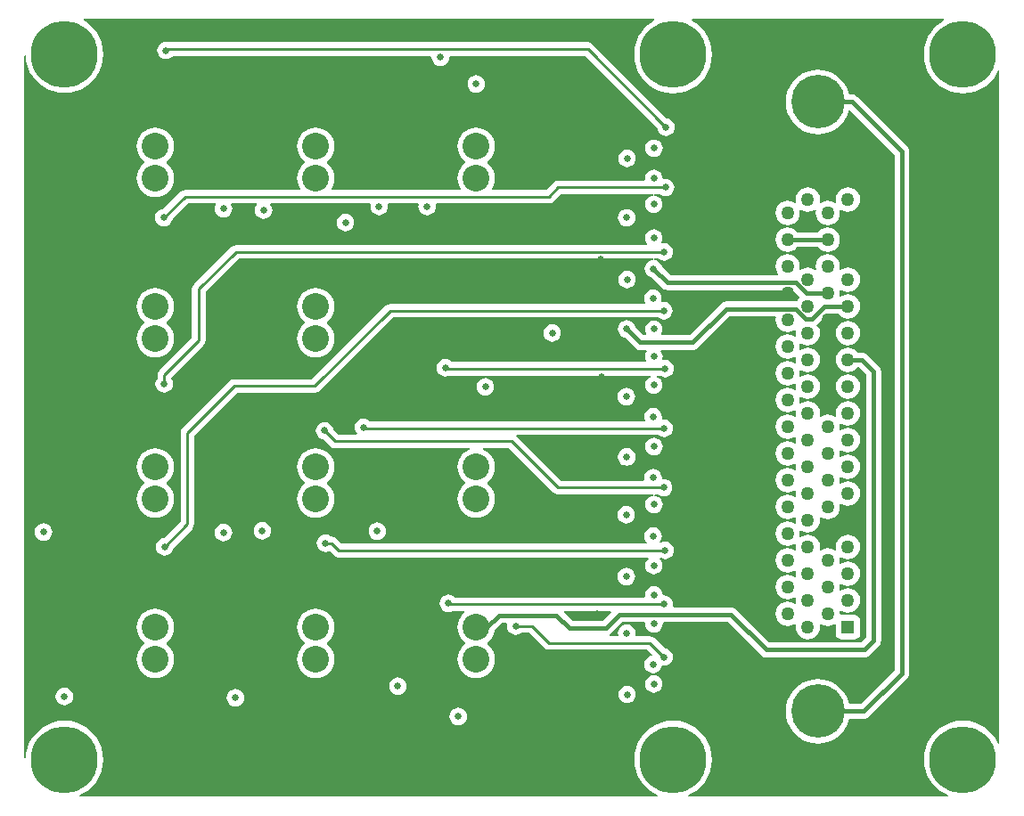
<source format=gbl>
G04 Layer_Physical_Order=4*
G04 Layer_Color=16711680*
%FSLAX25Y25*%
%MOIN*%
G70*
G01*
G75*
%ADD18C,0.01000*%
%ADD19C,0.01500*%
%ADD20C,0.25000*%
%ADD21C,0.10000*%
%ADD22C,0.05000*%
%ADD23R,0.05000X0.05000*%
%ADD24C,0.20000*%
%ADD25C,0.02500*%
G36*
X345042Y292200D02*
X343443Y291220D01*
X341707Y289738D01*
X340225Y288002D01*
X339033Y286056D01*
X338159Y283947D01*
X337626Y281728D01*
X337447Y279453D01*
X337626Y277177D01*
X338159Y274958D01*
X339033Y272849D01*
X340225Y270903D01*
X341707Y269168D01*
X343443Y267686D01*
X345389Y266493D01*
X347498Y265620D01*
X349717Y265087D01*
X351992Y264908D01*
X354267Y265087D01*
X356487Y265620D01*
X358595Y266493D01*
X360541Y267686D01*
X362277Y269168D01*
X363759Y270903D01*
X364952Y272849D01*
X365210Y273472D01*
X365700Y273375D01*
Y21751D01*
X365210Y21654D01*
X364952Y22276D01*
X363759Y24223D01*
X362277Y25958D01*
X360541Y27440D01*
X358595Y28633D01*
X356487Y29506D01*
X354267Y30039D01*
X351992Y30218D01*
X349717Y30039D01*
X347498Y29506D01*
X345389Y28633D01*
X343443Y27440D01*
X341707Y25958D01*
X340225Y24223D01*
X339033Y22276D01*
X338159Y20168D01*
X337626Y17948D01*
X337447Y15673D01*
X337626Y13398D01*
X338159Y11179D01*
X339033Y9070D01*
X340225Y7124D01*
X341707Y5389D01*
X343443Y3906D01*
X345389Y2714D01*
X346388Y2300D01*
X346288Y1800D01*
X249330D01*
X249231Y2300D01*
X250229Y2714D01*
X252175Y3906D01*
X253911Y5389D01*
X255393Y7124D01*
X256586Y9070D01*
X257459Y11179D01*
X257992Y13398D01*
X258171Y15673D01*
X257992Y17948D01*
X257459Y20168D01*
X256586Y22276D01*
X255393Y24223D01*
X253911Y25958D01*
X252175Y27440D01*
X250229Y28633D01*
X248121Y29506D01*
X245901Y30039D01*
X243626Y30218D01*
X241351Y30039D01*
X239131Y29506D01*
X237023Y28633D01*
X235077Y27440D01*
X233341Y25958D01*
X231859Y24223D01*
X230666Y22276D01*
X229793Y20168D01*
X229260Y17948D01*
X229081Y15673D01*
X229260Y13398D01*
X229793Y11179D01*
X230666Y9070D01*
X231859Y7124D01*
X233341Y5389D01*
X235077Y3906D01*
X237023Y2714D01*
X238021Y2300D01*
X237922Y1800D01*
X21704D01*
X21605Y2300D01*
X22603Y2714D01*
X24549Y3906D01*
X26285Y5389D01*
X27767Y7124D01*
X28960Y9070D01*
X29833Y11179D01*
X30366Y13398D01*
X30545Y15673D01*
X30366Y17948D01*
X29833Y20168D01*
X28960Y22276D01*
X27767Y24223D01*
X26285Y25958D01*
X24549Y27440D01*
X22603Y28633D01*
X20495Y29506D01*
X18275Y30039D01*
X16000Y30218D01*
X13725Y30039D01*
X11505Y29506D01*
X9397Y28633D01*
X7451Y27440D01*
X5715Y25958D01*
X4233Y24223D01*
X3040Y22276D01*
X2167Y20168D01*
X1634Y17948D01*
X1500Y16243D01*
X1000Y16263D01*
Y279011D01*
X1500Y279030D01*
X1634Y277325D01*
X2167Y275105D01*
X3040Y272997D01*
X4233Y271051D01*
X5715Y269315D01*
X7451Y267833D01*
X9397Y266640D01*
X11505Y265767D01*
X13725Y265234D01*
X16000Y265055D01*
X18275Y265234D01*
X20495Y265767D01*
X22603Y266640D01*
X24549Y267833D01*
X26285Y269315D01*
X27767Y271051D01*
X28960Y272997D01*
X29833Y275105D01*
X30366Y277325D01*
X30545Y279600D01*
X30366Y281875D01*
X29833Y284095D01*
X28960Y286203D01*
X27767Y288149D01*
X26285Y289885D01*
X24549Y291367D01*
X23190Y292200D01*
X23331Y292700D01*
X236535D01*
X236676Y292200D01*
X235077Y291220D01*
X233341Y289738D01*
X231859Y288002D01*
X230666Y286056D01*
X229793Y283947D01*
X229260Y281728D01*
X229081Y279453D01*
X229260Y277177D01*
X229793Y274958D01*
X230666Y272849D01*
X231859Y270903D01*
X233341Y269168D01*
X235077Y267686D01*
X237023Y266493D01*
X239131Y265620D01*
X241351Y265087D01*
X243626Y264908D01*
X245901Y265087D01*
X248121Y265620D01*
X250229Y266493D01*
X252175Y267686D01*
X253911Y269168D01*
X255393Y270903D01*
X256586Y272849D01*
X257459Y274958D01*
X257992Y277177D01*
X258171Y279453D01*
X257992Y281728D01*
X257459Y283947D01*
X256586Y286056D01*
X255393Y288002D01*
X253911Y289738D01*
X252175Y291220D01*
X250576Y292200D01*
X250717Y292700D01*
X344901D01*
X345042Y292200D01*
D02*
G37*
%LPC*%
G36*
X133000Y104378D02*
X132152Y104266D01*
X131361Y103939D01*
X130682Y103418D01*
X130161Y102739D01*
X129834Y101948D01*
X129722Y101100D01*
X129834Y100252D01*
X130161Y99461D01*
X130682Y98782D01*
X131361Y98261D01*
X132152Y97934D01*
X133000Y97822D01*
X133848Y97934D01*
X134639Y98261D01*
X135318Y98782D01*
X135839Y99461D01*
X136166Y100252D01*
X136278Y101100D01*
X136166Y101948D01*
X135839Y102739D01*
X135318Y103418D01*
X134639Y103939D01*
X133848Y104266D01*
X133000Y104378D01*
D02*
G37*
G36*
X90000Y104578D02*
X89152Y104466D01*
X88361Y104139D01*
X87682Y103618D01*
X87161Y102939D01*
X86834Y102148D01*
X86722Y101300D01*
X86834Y100452D01*
X87161Y99661D01*
X87682Y98982D01*
X88361Y98461D01*
X89152Y98134D01*
X90000Y98022D01*
X90848Y98134D01*
X91639Y98461D01*
X92318Y98982D01*
X92839Y99661D01*
X93166Y100452D01*
X93278Y101300D01*
X93166Y102148D01*
X92839Y102939D01*
X92318Y103618D01*
X91639Y104139D01*
X90848Y104466D01*
X90000Y104578D01*
D02*
G37*
G36*
X8200Y104078D02*
X7352Y103966D01*
X6561Y103639D01*
X5882Y103118D01*
X5361Y102439D01*
X5034Y101648D01*
X4922Y100800D01*
X5034Y99952D01*
X5361Y99161D01*
X5882Y98482D01*
X6561Y97961D01*
X7352Y97634D01*
X8200Y97522D01*
X9048Y97634D01*
X9839Y97961D01*
X10518Y98482D01*
X11039Y99161D01*
X11366Y99952D01*
X11478Y100800D01*
X11366Y101648D01*
X11039Y102439D01*
X10518Y103118D01*
X9839Y103639D01*
X9048Y103966D01*
X8200Y104078D01*
D02*
G37*
G36*
X236200Y102478D02*
X235352Y102366D01*
X234561Y102039D01*
X233882Y101518D01*
X233361Y100839D01*
X233034Y100048D01*
X232922Y99200D01*
X233034Y98352D01*
X233361Y97561D01*
X233831Y96949D01*
X233708Y96449D01*
X119556D01*
X117602Y98402D01*
X116776Y98955D01*
X115800Y99149D01*
X115617D01*
X115239Y99439D01*
X114448Y99766D01*
X113600Y99878D01*
X112752Y99766D01*
X111961Y99439D01*
X111282Y98918D01*
X110761Y98239D01*
X110434Y97448D01*
X110322Y96600D01*
X110434Y95752D01*
X110761Y94961D01*
X111282Y94282D01*
X111961Y93761D01*
X112752Y93434D01*
X113600Y93322D01*
X114448Y93434D01*
X115094Y93701D01*
X116698Y92098D01*
X117525Y91545D01*
X118500Y91351D01*
X234346D01*
X234516Y90851D01*
X234082Y90518D01*
X233561Y89839D01*
X233234Y89048D01*
X233122Y88200D01*
X233234Y87352D01*
X233561Y86561D01*
X234082Y85882D01*
X234761Y85361D01*
X235552Y85034D01*
X236400Y84922D01*
X237248Y85034D01*
X238039Y85361D01*
X238718Y85882D01*
X239239Y86561D01*
X239566Y87352D01*
X239678Y88200D01*
X239566Y89048D01*
X239239Y89839D01*
X238718Y90518D01*
X238637Y90580D01*
X238748Y91125D01*
X238920Y91169D01*
X239061Y91061D01*
X239852Y90734D01*
X240700Y90622D01*
X241548Y90734D01*
X242339Y91061D01*
X243018Y91582D01*
X243539Y92261D01*
X243866Y93052D01*
X243978Y93900D01*
X243866Y94748D01*
X243539Y95539D01*
X243018Y96218D01*
X242339Y96739D01*
X241548Y97066D01*
X240700Y97178D01*
X239852Y97066D01*
X239061Y96739D01*
X239006Y96697D01*
X238649Y97053D01*
X239039Y97561D01*
X239366Y98352D01*
X239478Y99200D01*
X239366Y100048D01*
X239039Y100839D01*
X238518Y101518D01*
X237839Y102039D01*
X237048Y102366D01*
X236200Y102478D01*
D02*
G37*
G36*
X75500Y103878D02*
X74652Y103766D01*
X73861Y103439D01*
X73182Y102918D01*
X72661Y102239D01*
X72334Y101448D01*
X72222Y100600D01*
X72334Y99752D01*
X72661Y98961D01*
X73182Y98282D01*
X73861Y97761D01*
X74652Y97434D01*
X75500Y97322D01*
X76348Y97434D01*
X77139Y97761D01*
X77818Y98282D01*
X78339Y98961D01*
X78666Y99752D01*
X78778Y100600D01*
X78666Y101448D01*
X78339Y102239D01*
X77818Y102918D01*
X77139Y103439D01*
X76348Y103766D01*
X75500Y103878D01*
D02*
G37*
G36*
X226300Y132138D02*
X225452Y132026D01*
X224661Y131699D01*
X223982Y131178D01*
X223461Y130499D01*
X223134Y129708D01*
X223022Y128860D01*
X223134Y128011D01*
X223461Y127221D01*
X223982Y126542D01*
X224661Y126021D01*
X225452Y125694D01*
X226300Y125582D01*
X227148Y125694D01*
X227939Y126021D01*
X228618Y126542D01*
X229139Y127221D01*
X229466Y128011D01*
X229578Y128860D01*
X229466Y129708D01*
X229139Y130499D01*
X228618Y131178D01*
X227939Y131699D01*
X227148Y132026D01*
X226300Y132138D01*
D02*
G37*
G36*
X236500Y136078D02*
X235652Y135966D01*
X234861Y135639D01*
X234182Y135118D01*
X233661Y134439D01*
X233334Y133648D01*
X233222Y132800D01*
X233334Y131952D01*
X233661Y131161D01*
X234182Y130482D01*
X234861Y129961D01*
X235652Y129634D01*
X236500Y129522D01*
X237348Y129634D01*
X238139Y129961D01*
X238818Y130482D01*
X239339Y131161D01*
X239666Y131952D01*
X239778Y132800D01*
X239666Y133648D01*
X239339Y134439D01*
X238818Y135118D01*
X238139Y135639D01*
X237348Y135966D01*
X236500Y136078D01*
D02*
G37*
G36*
X110000Y132134D02*
X108628Y131999D01*
X107308Y131598D01*
X106092Y130948D01*
X105026Y130074D01*
X104151Y129008D01*
X103501Y127792D01*
X103101Y126472D01*
X102966Y125100D01*
X103101Y123728D01*
X103501Y122408D01*
X104151Y121192D01*
X105026Y120126D01*
X105897Y119411D01*
X105932Y119328D01*
Y118872D01*
X105897Y118789D01*
X105026Y118074D01*
X104151Y117008D01*
X103501Y115792D01*
X103101Y114472D01*
X102966Y113100D01*
X103101Y111728D01*
X103501Y110408D01*
X104151Y109192D01*
X105026Y108126D01*
X106092Y107252D01*
X107308Y106602D01*
X108628Y106201D01*
X110000Y106066D01*
X111372Y106201D01*
X112692Y106602D01*
X113908Y107252D01*
X114974Y108126D01*
X115849Y109192D01*
X116498Y110408D01*
X116899Y111728D01*
X117034Y113100D01*
X116899Y114472D01*
X116498Y115792D01*
X115849Y117008D01*
X114974Y118074D01*
X114102Y118789D01*
X114068Y118872D01*
Y119328D01*
X114102Y119411D01*
X114974Y120126D01*
X115849Y121192D01*
X116498Y122408D01*
X116899Y123728D01*
X117034Y125100D01*
X116899Y126472D01*
X116498Y127792D01*
X115849Y129008D01*
X114974Y130074D01*
X113908Y130948D01*
X112692Y131598D01*
X111372Y131999D01*
X110000Y132134D01*
D02*
G37*
G36*
X226100Y110478D02*
X225252Y110366D01*
X224461Y110039D01*
X223782Y109518D01*
X223261Y108839D01*
X222934Y108048D01*
X222822Y107200D01*
X222934Y106352D01*
X223261Y105561D01*
X223782Y104882D01*
X224461Y104361D01*
X225252Y104034D01*
X226100Y103922D01*
X226948Y104034D01*
X227739Y104361D01*
X228418Y104882D01*
X228939Y105561D01*
X229266Y106352D01*
X229378Y107200D01*
X229266Y108048D01*
X228939Y108839D01*
X228418Y109518D01*
X227739Y110039D01*
X226948Y110366D01*
X226100Y110478D01*
D02*
G37*
G36*
X50000Y132134D02*
X48628Y131999D01*
X47308Y131598D01*
X46092Y130948D01*
X45026Y130074D01*
X44151Y129008D01*
X43501Y127792D01*
X43101Y126472D01*
X42966Y125100D01*
X43101Y123728D01*
X43501Y122408D01*
X44151Y121192D01*
X45026Y120126D01*
X45897Y119411D01*
X45932Y119328D01*
Y118872D01*
X45897Y118789D01*
X45026Y118074D01*
X44151Y117008D01*
X43501Y115792D01*
X43101Y114472D01*
X42966Y113100D01*
X43101Y111728D01*
X43501Y110408D01*
X44151Y109192D01*
X45026Y108126D01*
X46092Y107252D01*
X47308Y106602D01*
X48628Y106201D01*
X50000Y106066D01*
X51372Y106201D01*
X52692Y106602D01*
X53908Y107252D01*
X54974Y108126D01*
X55848Y109192D01*
X56498Y110408D01*
X56899Y111728D01*
X57034Y113100D01*
X56899Y114472D01*
X56498Y115792D01*
X55848Y117008D01*
X54974Y118074D01*
X54102Y118789D01*
X54068Y118872D01*
Y119328D01*
X54102Y119411D01*
X54974Y120126D01*
X55848Y121192D01*
X56498Y122408D01*
X56899Y123728D01*
X57034Y125100D01*
X56899Y126472D01*
X56498Y127792D01*
X55848Y129008D01*
X54974Y130074D01*
X53908Y130948D01*
X52692Y131598D01*
X51372Y131999D01*
X50000Y132134D01*
D02*
G37*
G36*
X226200Y87378D02*
X225352Y87266D01*
X224561Y86939D01*
X223882Y86418D01*
X223361Y85739D01*
X223034Y84948D01*
X222922Y84100D01*
X223034Y83252D01*
X223361Y82461D01*
X223882Y81782D01*
X224561Y81261D01*
X225352Y80934D01*
X226200Y80822D01*
X227048Y80934D01*
X227839Y81261D01*
X228518Y81782D01*
X229039Y82461D01*
X229366Y83252D01*
X229478Y84100D01*
X229366Y84948D01*
X229039Y85739D01*
X228518Y86418D01*
X227839Y86939D01*
X227048Y87266D01*
X226200Y87378D01*
D02*
G37*
G36*
X297800Y273737D02*
X295917Y273589D01*
X294080Y273148D01*
X292335Y272425D01*
X290725Y271438D01*
X289288Y270212D01*
X288062Y268775D01*
X287075Y267165D01*
X286352Y265420D01*
X285911Y263583D01*
X285763Y261700D01*
X285911Y259817D01*
X286352Y257980D01*
X287075Y256235D01*
X288062Y254625D01*
X289288Y253188D01*
X290725Y251962D01*
X292335Y250975D01*
X294080Y250252D01*
X295917Y249811D01*
X297800Y249663D01*
X299683Y249811D01*
X301520Y250252D01*
X303265Y250975D01*
X304875Y251962D01*
X306311Y253188D01*
X307538Y254625D01*
X308525Y256235D01*
X309248Y257980D01*
X309351Y258409D01*
X309832Y258545D01*
X326426Y241951D01*
Y49149D01*
X313751Y36474D01*
X309475D01*
X309248Y37420D01*
X308525Y39165D01*
X307538Y40775D01*
X306311Y42211D01*
X304875Y43438D01*
X303265Y44425D01*
X301520Y45148D01*
X299683Y45589D01*
X297800Y45737D01*
X295917Y45589D01*
X294080Y45148D01*
X292335Y44425D01*
X290725Y43438D01*
X289288Y42211D01*
X288062Y40775D01*
X287075Y39165D01*
X286352Y37420D01*
X285911Y35583D01*
X285763Y33700D01*
X285911Y31817D01*
X286352Y29980D01*
X287075Y28235D01*
X288062Y26625D01*
X289288Y25188D01*
X290725Y23962D01*
X292335Y22975D01*
X294080Y22252D01*
X295917Y21811D01*
X297800Y21663D01*
X299683Y21811D01*
X301520Y22252D01*
X303265Y22975D01*
X304875Y23962D01*
X306311Y25188D01*
X307538Y26625D01*
X308525Y28235D01*
X309248Y29980D01*
X309475Y30926D01*
X314900D01*
X315618Y31021D01*
X316287Y31298D01*
X316861Y31739D01*
X331161Y46039D01*
X331602Y46613D01*
X331879Y47282D01*
X331974Y48000D01*
Y243100D01*
X331879Y243818D01*
X331602Y244487D01*
X331161Y245061D01*
X312561Y263661D01*
X311987Y264102D01*
X311318Y264379D01*
X310600Y264474D01*
X309475D01*
X309248Y265420D01*
X308525Y267165D01*
X307538Y268775D01*
X306311Y270212D01*
X304875Y271438D01*
X303265Y272425D01*
X301520Y273148D01*
X299683Y273589D01*
X297800Y273737D01*
D02*
G37*
G36*
X226400Y43278D02*
X225552Y43166D01*
X224761Y42839D01*
X224082Y42318D01*
X223561Y41639D01*
X223234Y40848D01*
X223122Y40000D01*
X223234Y39152D01*
X223561Y38361D01*
X224082Y37682D01*
X224761Y37161D01*
X225552Y36834D01*
X226400Y36722D01*
X227248Y36834D01*
X228039Y37161D01*
X228718Y37682D01*
X229239Y38361D01*
X229566Y39152D01*
X229678Y40000D01*
X229566Y40848D01*
X229239Y41639D01*
X228718Y42318D01*
X228039Y42839D01*
X227248Y43166D01*
X226400Y43278D01*
D02*
G37*
G36*
X15900Y42478D02*
X15052Y42366D01*
X14261Y42039D01*
X13582Y41518D01*
X13061Y40839D01*
X12734Y40048D01*
X12622Y39200D01*
X12734Y38352D01*
X13061Y37561D01*
X13582Y36882D01*
X14261Y36361D01*
X15052Y36034D01*
X15900Y35922D01*
X16748Y36034D01*
X17539Y36361D01*
X18218Y36882D01*
X18739Y37561D01*
X19066Y38352D01*
X19178Y39200D01*
X19066Y40048D01*
X18739Y40839D01*
X18218Y41518D01*
X17539Y42039D01*
X16748Y42366D01*
X15900Y42478D01*
D02*
G37*
G36*
X163300Y35078D02*
X162452Y34966D01*
X161661Y34639D01*
X160982Y34118D01*
X160461Y33439D01*
X160134Y32648D01*
X160022Y31800D01*
X160134Y30952D01*
X160461Y30161D01*
X160982Y29482D01*
X161661Y28961D01*
X162452Y28634D01*
X163300Y28522D01*
X164148Y28634D01*
X164939Y28961D01*
X165618Y29482D01*
X166139Y30161D01*
X166466Y30952D01*
X166578Y31800D01*
X166466Y32648D01*
X166139Y33439D01*
X165618Y34118D01*
X164939Y34639D01*
X164148Y34966D01*
X163300Y35078D01*
D02*
G37*
G36*
X79900Y42078D02*
X79052Y41966D01*
X78261Y41639D01*
X77582Y41118D01*
X77061Y40439D01*
X76734Y39648D01*
X76622Y38800D01*
X76734Y37952D01*
X77061Y37161D01*
X77582Y36482D01*
X78261Y35961D01*
X79052Y35634D01*
X79900Y35522D01*
X80748Y35634D01*
X81539Y35961D01*
X82218Y36482D01*
X82739Y37161D01*
X83066Y37952D01*
X83178Y38800D01*
X83066Y39648D01*
X82739Y40439D01*
X82218Y41118D01*
X81539Y41639D01*
X80748Y41966D01*
X79900Y42078D01*
D02*
G37*
G36*
X110000Y72134D02*
X108628Y71999D01*
X107308Y71599D01*
X106092Y70948D01*
X105026Y70074D01*
X104151Y69008D01*
X103501Y67792D01*
X103101Y66472D01*
X102966Y65100D01*
X103101Y63728D01*
X103501Y62408D01*
X104151Y61192D01*
X105026Y60126D01*
X105897Y59411D01*
X105932Y59328D01*
Y58872D01*
X105897Y58789D01*
X105026Y58074D01*
X104151Y57008D01*
X103501Y55792D01*
X103101Y54472D01*
X102966Y53100D01*
X103101Y51728D01*
X103501Y50408D01*
X104151Y49192D01*
X105026Y48126D01*
X106092Y47251D01*
X107308Y46602D01*
X108628Y46201D01*
X110000Y46066D01*
X111372Y46201D01*
X112692Y46602D01*
X113908Y47251D01*
X114974Y48126D01*
X115849Y49192D01*
X116498Y50408D01*
X116899Y51728D01*
X117034Y53100D01*
X116899Y54472D01*
X116498Y55792D01*
X115849Y57008D01*
X114974Y58074D01*
X114102Y58789D01*
X114068Y58872D01*
Y59328D01*
X114102Y59411D01*
X114974Y60126D01*
X115849Y61192D01*
X116498Y62408D01*
X116899Y63728D01*
X117034Y65100D01*
X116899Y66472D01*
X116498Y67792D01*
X115849Y69008D01*
X114974Y70074D01*
X113908Y70948D01*
X112692Y71599D01*
X111372Y71999D01*
X110000Y72134D01*
D02*
G37*
G36*
X309000Y169739D02*
X307825Y169584D01*
X306731Y169131D01*
X305791Y168409D01*
X305069Y167469D01*
X304616Y166375D01*
X304461Y165200D01*
X304616Y164025D01*
X305069Y162931D01*
X305791Y161991D01*
X306731Y161269D01*
X307825Y160816D01*
X309000Y160661D01*
X310175Y160816D01*
X311269Y161269D01*
X312209Y161991D01*
X312544Y162426D01*
X313051D01*
X315926Y159551D01*
Y61449D01*
X313951Y59474D01*
X279549D01*
X267161Y71861D01*
X266587Y72302D01*
X265918Y72579D01*
X265200Y72674D01*
X243839D01*
X243496Y73174D01*
X243578Y73800D01*
X243466Y74648D01*
X243139Y75439D01*
X242618Y76118D01*
X241939Y76639D01*
X241148Y76966D01*
X240300Y77078D01*
X240117Y77054D01*
X239639Y77495D01*
X239566Y78048D01*
X239239Y78839D01*
X238718Y79518D01*
X238039Y80039D01*
X237248Y80366D01*
X236400Y80478D01*
X235552Y80366D01*
X234761Y80039D01*
X234082Y79518D01*
X233561Y78839D01*
X233234Y78048D01*
X233122Y77200D01*
X233168Y76849D01*
X232730Y76349D01*
X161971D01*
X161918Y76418D01*
X161239Y76939D01*
X160448Y77266D01*
X159600Y77378D01*
X158752Y77266D01*
X157961Y76939D01*
X157282Y76418D01*
X156761Y75739D01*
X156434Y74948D01*
X156322Y74100D01*
X156434Y73252D01*
X156761Y72461D01*
X157282Y71782D01*
X157961Y71261D01*
X158752Y70934D01*
X159600Y70822D01*
X160448Y70934D01*
X161215Y71251D01*
X165673D01*
X165852Y70751D01*
X165026Y70074D01*
X164152Y69008D01*
X163502Y67792D01*
X163101Y66472D01*
X162966Y65100D01*
X163101Y63728D01*
X163502Y62408D01*
X164152Y61192D01*
X165026Y60126D01*
X165898Y59411D01*
X165932Y59328D01*
Y58872D01*
X165898Y58789D01*
X165026Y58074D01*
X164152Y57008D01*
X163502Y55792D01*
X163101Y54472D01*
X162966Y53100D01*
X163101Y51728D01*
X163502Y50408D01*
X164152Y49192D01*
X165026Y48126D01*
X166092Y47251D01*
X167308Y46602D01*
X168628Y46201D01*
X170000Y46066D01*
X171372Y46201D01*
X172692Y46602D01*
X173908Y47251D01*
X174974Y48126D01*
X175848Y49192D01*
X176498Y50408D01*
X176899Y51728D01*
X177034Y53100D01*
X176899Y54472D01*
X176498Y55792D01*
X175848Y57008D01*
X174974Y58074D01*
X174102Y58789D01*
X174068Y58872D01*
Y59328D01*
X174102Y59411D01*
X174974Y60126D01*
X175848Y61192D01*
X176498Y62408D01*
X176899Y63728D01*
X176937Y64114D01*
X179649Y66826D01*
X181318D01*
X181618Y66326D01*
X181522Y65600D01*
X181634Y64752D01*
X181961Y63961D01*
X182482Y63282D01*
X183161Y62761D01*
X183952Y62434D01*
X184800Y62322D01*
X185648Y62434D01*
X186439Y62761D01*
X186817Y63051D01*
X189844D01*
X195398Y57498D01*
X196224Y56945D01*
X197200Y56751D01*
X233944D01*
X235770Y54926D01*
X235590Y54398D01*
X235352Y54366D01*
X234561Y54039D01*
X233882Y53518D01*
X233361Y52839D01*
X233034Y52048D01*
X232922Y51200D01*
X233034Y50352D01*
X233361Y49561D01*
X233882Y48882D01*
X234561Y48361D01*
X235352Y48034D01*
X236200Y47922D01*
X237048Y48034D01*
X237839Y48361D01*
X238518Y48882D01*
X239039Y49561D01*
X239366Y50352D01*
X239428Y50820D01*
X239452Y50834D01*
X240300Y50722D01*
X241148Y50834D01*
X241939Y51161D01*
X242618Y51682D01*
X243139Y52361D01*
X243466Y53152D01*
X243578Y54000D01*
X243466Y54848D01*
X243139Y55639D01*
X242618Y56318D01*
X241939Y56839D01*
X241148Y57166D01*
X240676Y57228D01*
X236802Y61102D01*
X235976Y61655D01*
X235000Y61849D01*
X229883D01*
X229505Y62349D01*
X229578Y62900D01*
X229466Y63748D01*
X229139Y64539D01*
X228618Y65218D01*
X227939Y65739D01*
X227148Y66066D01*
X226300Y66178D01*
X225452Y66066D01*
X224661Y65739D01*
X223982Y65218D01*
X223461Y64539D01*
X223134Y63748D01*
X223022Y62900D01*
X223095Y62349D01*
X222717Y61849D01*
X219991D01*
X219874Y62106D01*
X219853Y62349D01*
X220361Y62739D01*
X224749Y67126D01*
X232938D01*
X233268Y66750D01*
X233222Y66400D01*
X233334Y65552D01*
X233661Y64761D01*
X234182Y64082D01*
X234861Y63561D01*
X235652Y63234D01*
X236500Y63122D01*
X237348Y63234D01*
X238139Y63561D01*
X238818Y64082D01*
X239339Y64761D01*
X239666Y65552D01*
X239778Y66400D01*
X239732Y66750D01*
X240062Y67126D01*
X264051D01*
X276439Y54739D01*
X277013Y54298D01*
X277682Y54021D01*
X278400Y53926D01*
X315100D01*
X315818Y54021D01*
X316487Y54298D01*
X317061Y54739D01*
X320661Y58339D01*
X321102Y58913D01*
X321379Y59582D01*
X321474Y60300D01*
Y160700D01*
X321379Y161418D01*
X321102Y162087D01*
X320661Y162661D01*
X316161Y167161D01*
X315587Y167602D01*
X314918Y167879D01*
X314200Y167974D01*
X312544D01*
X312209Y168409D01*
X311269Y169131D01*
X310175Y169584D01*
X309000Y169739D01*
D02*
G37*
G36*
X50000Y72134D02*
X48628Y71999D01*
X47308Y71599D01*
X46092Y70948D01*
X45026Y70074D01*
X44151Y69008D01*
X43501Y67792D01*
X43101Y66472D01*
X42966Y65100D01*
X43101Y63728D01*
X43501Y62408D01*
X44151Y61192D01*
X45026Y60126D01*
X45897Y59411D01*
X45932Y59328D01*
Y58872D01*
X45897Y58789D01*
X45026Y58074D01*
X44151Y57008D01*
X43501Y55792D01*
X43101Y54472D01*
X42966Y53100D01*
X43101Y51728D01*
X43501Y50408D01*
X44151Y49192D01*
X45026Y48126D01*
X46092Y47251D01*
X47308Y46602D01*
X48628Y46201D01*
X50000Y46066D01*
X51372Y46201D01*
X52692Y46602D01*
X53908Y47251D01*
X54974Y48126D01*
X55848Y49192D01*
X56498Y50408D01*
X56899Y51728D01*
X57034Y53100D01*
X56899Y54472D01*
X56498Y55792D01*
X55848Y57008D01*
X54974Y58074D01*
X54102Y58789D01*
X54068Y58872D01*
Y59328D01*
X54102Y59411D01*
X54974Y60126D01*
X55848Y61192D01*
X56498Y62408D01*
X56899Y63728D01*
X57034Y65100D01*
X56899Y66472D01*
X56498Y67792D01*
X55848Y69008D01*
X54974Y70074D01*
X53908Y70948D01*
X52692Y71599D01*
X51372Y71999D01*
X50000Y72134D01*
D02*
G37*
G36*
X140700Y46378D02*
X139852Y46266D01*
X139061Y45939D01*
X138382Y45418D01*
X137861Y44739D01*
X137534Y43948D01*
X137422Y43100D01*
X137534Y42252D01*
X137861Y41461D01*
X138382Y40782D01*
X139061Y40261D01*
X139852Y39934D01*
X140700Y39822D01*
X141548Y39934D01*
X142339Y40261D01*
X143018Y40782D01*
X143539Y41461D01*
X143866Y42252D01*
X143978Y43100D01*
X143866Y43948D01*
X143539Y44739D01*
X143018Y45418D01*
X142339Y45939D01*
X141548Y46266D01*
X140700Y46378D01*
D02*
G37*
G36*
X236400Y47178D02*
X235552Y47066D01*
X234761Y46739D01*
X234082Y46218D01*
X233561Y45539D01*
X233234Y44748D01*
X233122Y43900D01*
X233234Y43052D01*
X233561Y42261D01*
X234082Y41582D01*
X234761Y41061D01*
X235552Y40734D01*
X236400Y40622D01*
X237248Y40734D01*
X238039Y41061D01*
X238718Y41582D01*
X239239Y42261D01*
X239566Y43052D01*
X239678Y43900D01*
X239566Y44748D01*
X239239Y45539D01*
X238718Y46218D01*
X238039Y46739D01*
X237248Y47066D01*
X236400Y47178D01*
D02*
G37*
G36*
X309000Y229739D02*
X307825Y229584D01*
X306731Y229131D01*
X305791Y228409D01*
X305069Y227469D01*
X304616Y226375D01*
X304461Y225200D01*
X304603Y224121D01*
X304391Y223933D01*
X304154Y223836D01*
X303769Y224131D01*
X302675Y224584D01*
X301500Y224739D01*
X300325Y224584D01*
X299231Y224131D01*
X298846Y223836D01*
X298609Y223933D01*
X298397Y224121D01*
X298539Y225200D01*
X298384Y226375D01*
X297931Y227469D01*
X297209Y228409D01*
X296269Y229131D01*
X295175Y229584D01*
X294000Y229739D01*
X292825Y229584D01*
X291731Y229131D01*
X290791Y228409D01*
X290069Y227469D01*
X289616Y226375D01*
X289461Y225200D01*
X289603Y224121D01*
X289391Y223933D01*
X289154Y223836D01*
X288769Y224131D01*
X287675Y224584D01*
X286500Y224739D01*
X285325Y224584D01*
X284231Y224131D01*
X283291Y223409D01*
X282569Y222469D01*
X282116Y221375D01*
X281961Y220200D01*
X282116Y219025D01*
X282569Y217931D01*
X283291Y216991D01*
X284231Y216269D01*
X285325Y215816D01*
X286500Y215661D01*
X287675Y215816D01*
X288769Y216269D01*
X289709Y216991D01*
X290431Y217931D01*
X290884Y219025D01*
X291039Y220200D01*
X290897Y221279D01*
X291109Y221467D01*
X291346Y221564D01*
X291731Y221269D01*
X292825Y220816D01*
X294000Y220661D01*
X295175Y220816D01*
X296269Y221269D01*
X296654Y221564D01*
X296891Y221467D01*
X297103Y221279D01*
X296961Y220200D01*
X297116Y219025D01*
X297569Y217931D01*
X298291Y216991D01*
X299231Y216269D01*
X300325Y215816D01*
X301500Y215661D01*
X302675Y215816D01*
X303769Y216269D01*
X304709Y216991D01*
X305431Y217931D01*
X305884Y219025D01*
X306039Y220200D01*
X305897Y221279D01*
X306109Y221467D01*
X306346Y221564D01*
X306731Y221269D01*
X307825Y220816D01*
X309000Y220661D01*
X310175Y220816D01*
X311269Y221269D01*
X312209Y221991D01*
X312931Y222931D01*
X313384Y224025D01*
X313539Y225200D01*
X313384Y226375D01*
X312931Y227469D01*
X312209Y228409D01*
X311269Y229131D01*
X310175Y229584D01*
X309000Y229739D01*
D02*
G37*
G36*
X50000Y252134D02*
X48628Y251999D01*
X47308Y251599D01*
X46092Y250949D01*
X45026Y250074D01*
X44151Y249008D01*
X43501Y247792D01*
X43101Y246472D01*
X42966Y245100D01*
X43101Y243728D01*
X43501Y242408D01*
X44151Y241192D01*
X45026Y240126D01*
X45897Y239411D01*
X45932Y239328D01*
Y238872D01*
X45897Y238789D01*
X45026Y238074D01*
X44151Y237008D01*
X43501Y235792D01*
X43101Y234472D01*
X42966Y233100D01*
X43101Y231728D01*
X43501Y230408D01*
X44151Y229192D01*
X45026Y228126D01*
X46092Y227252D01*
X47308Y226602D01*
X48628Y226201D01*
X50000Y226066D01*
X51372Y226201D01*
X52692Y226602D01*
X53908Y227252D01*
X54974Y228126D01*
X55848Y229192D01*
X56498Y230408D01*
X56899Y231728D01*
X57034Y233100D01*
X56899Y234472D01*
X56498Y235792D01*
X55848Y237008D01*
X54974Y238074D01*
X54102Y238789D01*
X54068Y238872D01*
Y239328D01*
X54102Y239411D01*
X54974Y240126D01*
X55848Y241192D01*
X56498Y242408D01*
X56899Y243728D01*
X57034Y245100D01*
X56899Y246472D01*
X56498Y247792D01*
X55848Y249008D01*
X54974Y250074D01*
X53908Y250949D01*
X52692Y251599D01*
X51372Y251999D01*
X50000Y252134D01*
D02*
G37*
G36*
X226300Y221678D02*
X225452Y221566D01*
X224661Y221239D01*
X223982Y220718D01*
X223461Y220039D01*
X223134Y219248D01*
X223022Y218400D01*
X223134Y217552D01*
X223461Y216761D01*
X223982Y216082D01*
X224661Y215561D01*
X225452Y215234D01*
X226300Y215122D01*
X227148Y215234D01*
X227939Y215561D01*
X228618Y216082D01*
X229139Y216761D01*
X229466Y217552D01*
X229578Y218400D01*
X229466Y219248D01*
X229139Y220039D01*
X228618Y220718D01*
X227939Y221239D01*
X227148Y221566D01*
X226300Y221678D01*
D02*
G37*
G36*
X301500Y214739D02*
X300325Y214584D01*
X299231Y214131D01*
X298291Y213409D01*
X297956Y212974D01*
X290044D01*
X289709Y213409D01*
X288769Y214131D01*
X287675Y214584D01*
X286500Y214739D01*
X285325Y214584D01*
X284231Y214131D01*
X283291Y213409D01*
X282569Y212469D01*
X282116Y211375D01*
X281961Y210200D01*
X282116Y209025D01*
X282569Y207931D01*
X283291Y206991D01*
X284231Y206269D01*
X285325Y205816D01*
X286500Y205661D01*
X287675Y205816D01*
X288769Y206269D01*
X289709Y206991D01*
X290044Y207426D01*
X297956D01*
X298291Y206991D01*
X299231Y206269D01*
X300325Y205816D01*
X301500Y205661D01*
X302675Y205816D01*
X303769Y206269D01*
X304709Y206991D01*
X305431Y207931D01*
X305884Y209025D01*
X306039Y210200D01*
X305884Y211375D01*
X305431Y212469D01*
X304709Y213409D01*
X303769Y214131D01*
X302675Y214584D01*
X301500Y214739D01*
D02*
G37*
G36*
X121100Y219878D02*
X120252Y219766D01*
X119461Y219439D01*
X118782Y218918D01*
X118261Y218239D01*
X117934Y217448D01*
X117822Y216600D01*
X117934Y215752D01*
X118261Y214961D01*
X118782Y214282D01*
X119461Y213761D01*
X120252Y213434D01*
X121100Y213322D01*
X121948Y213434D01*
X122739Y213761D01*
X123418Y214282D01*
X123939Y214961D01*
X124266Y215752D01*
X124378Y216600D01*
X124266Y217448D01*
X123939Y218239D01*
X123418Y218918D01*
X122739Y219439D01*
X121948Y219766D01*
X121100Y219878D01*
D02*
G37*
G36*
X53900Y284278D02*
X53052Y284166D01*
X52261Y283839D01*
X51582Y283318D01*
X51061Y282639D01*
X50734Y281848D01*
X50622Y281000D01*
X50734Y280152D01*
X51061Y279361D01*
X51582Y278682D01*
X52261Y278161D01*
X53052Y277834D01*
X53900Y277722D01*
X54748Y277834D01*
X55539Y278161D01*
X56218Y278682D01*
X56424Y278951D01*
X153002D01*
X153332Y278575D01*
X153322Y278500D01*
X153434Y277652D01*
X153761Y276861D01*
X154282Y276182D01*
X154961Y275661D01*
X155752Y275334D01*
X156600Y275222D01*
X157448Y275334D01*
X158239Y275661D01*
X158918Y276182D01*
X159439Y276861D01*
X159766Y277652D01*
X159878Y278500D01*
X159868Y278575D01*
X160198Y278951D01*
X210744D01*
X237772Y251924D01*
X237834Y251452D01*
X238161Y250661D01*
X238682Y249982D01*
X239361Y249461D01*
X240152Y249134D01*
X241000Y249022D01*
X241848Y249134D01*
X242639Y249461D01*
X243318Y249982D01*
X243839Y250661D01*
X244166Y251452D01*
X244278Y252300D01*
X244166Y253148D01*
X243839Y253939D01*
X243318Y254618D01*
X242639Y255139D01*
X241848Y255466D01*
X241376Y255528D01*
X213602Y283302D01*
X212775Y283855D01*
X211800Y284049D01*
X55032D01*
X54748Y284166D01*
X53900Y284278D01*
D02*
G37*
G36*
X170000Y271778D02*
X169152Y271666D01*
X168361Y271339D01*
X167682Y270818D01*
X167161Y270139D01*
X166834Y269348D01*
X166722Y268500D01*
X166834Y267652D01*
X167161Y266861D01*
X167682Y266182D01*
X168361Y265661D01*
X169152Y265334D01*
X170000Y265222D01*
X170848Y265334D01*
X171639Y265661D01*
X172318Y266182D01*
X172839Y266861D01*
X173166Y267652D01*
X173278Y268500D01*
X173166Y269348D01*
X172839Y270139D01*
X172318Y270818D01*
X171639Y271339D01*
X170848Y271666D01*
X170000Y271778D01*
D02*
G37*
G36*
X236500Y247678D02*
X235652Y247566D01*
X234861Y247239D01*
X234182Y246718D01*
X233661Y246039D01*
X233334Y245248D01*
X233222Y244400D01*
X233334Y243552D01*
X233661Y242761D01*
X234182Y242082D01*
X234861Y241561D01*
X235652Y241234D01*
X236500Y241122D01*
X237348Y241234D01*
X238139Y241561D01*
X238818Y242082D01*
X239339Y242761D01*
X239666Y243552D01*
X239778Y244400D01*
X239666Y245248D01*
X239339Y246039D01*
X238818Y246718D01*
X238139Y247239D01*
X237348Y247566D01*
X236500Y247678D01*
D02*
G37*
G36*
X170000Y252134D02*
X168628Y251999D01*
X167308Y251599D01*
X166092Y250949D01*
X165026Y250074D01*
X164152Y249008D01*
X163502Y247792D01*
X163101Y246472D01*
X162966Y245100D01*
X163101Y243728D01*
X163502Y242408D01*
X164152Y241192D01*
X165026Y240126D01*
X165898Y239411D01*
X165932Y239328D01*
Y238872D01*
X165898Y238789D01*
X165026Y238074D01*
X164152Y237008D01*
X163502Y235792D01*
X163101Y234472D01*
X162966Y233100D01*
X163101Y231728D01*
X163502Y230408D01*
X164068Y229349D01*
X163842Y228849D01*
X116158D01*
X115932Y229349D01*
X116498Y230408D01*
X116899Y231728D01*
X117034Y233100D01*
X116899Y234472D01*
X116498Y235792D01*
X115849Y237008D01*
X114974Y238074D01*
X114102Y238789D01*
X114068Y238872D01*
Y239328D01*
X114102Y239411D01*
X114974Y240126D01*
X115849Y241192D01*
X116498Y242408D01*
X116899Y243728D01*
X117034Y245100D01*
X116899Y246472D01*
X116498Y247792D01*
X115849Y249008D01*
X114974Y250074D01*
X113908Y250949D01*
X112692Y251599D01*
X111372Y251999D01*
X110000Y252134D01*
X108628Y251999D01*
X107308Y251599D01*
X106092Y250949D01*
X105026Y250074D01*
X104151Y249008D01*
X103501Y247792D01*
X103101Y246472D01*
X102966Y245100D01*
X103101Y243728D01*
X103501Y242408D01*
X104151Y241192D01*
X105026Y240126D01*
X105897Y239411D01*
X105932Y239328D01*
Y238872D01*
X105897Y238789D01*
X105026Y238074D01*
X104151Y237008D01*
X103501Y235792D01*
X103101Y234472D01*
X102966Y233100D01*
X103101Y231728D01*
X103501Y230408D01*
X104068Y229349D01*
X103842Y228849D01*
X61100D01*
X60124Y228655D01*
X59298Y228102D01*
X52824Y221628D01*
X52352Y221566D01*
X51561Y221239D01*
X50882Y220718D01*
X50361Y220039D01*
X50034Y219248D01*
X49922Y218400D01*
X50034Y217552D01*
X50361Y216761D01*
X50882Y216082D01*
X51561Y215561D01*
X52352Y215234D01*
X53200Y215122D01*
X54048Y215234D01*
X54839Y215561D01*
X55518Y216082D01*
X56039Y216761D01*
X56366Y217552D01*
X56428Y218024D01*
X62156Y223751D01*
X72420D01*
X72625Y223251D01*
X72334Y222548D01*
X72222Y221700D01*
X72334Y220852D01*
X72661Y220061D01*
X73182Y219382D01*
X73861Y218861D01*
X74652Y218534D01*
X75500Y218422D01*
X76348Y218534D01*
X77139Y218861D01*
X77818Y219382D01*
X78339Y220061D01*
X78666Y220852D01*
X78778Y221700D01*
X78666Y222548D01*
X78375Y223251D01*
X78580Y223751D01*
X87731D01*
X87977Y223251D01*
X87661Y222839D01*
X87334Y222048D01*
X87222Y221200D01*
X87334Y220352D01*
X87661Y219561D01*
X88182Y218882D01*
X88861Y218361D01*
X89652Y218034D01*
X90500Y217922D01*
X91348Y218034D01*
X92139Y218361D01*
X92818Y218882D01*
X93339Y219561D01*
X93666Y220352D01*
X93778Y221200D01*
X93666Y222048D01*
X93339Y222839D01*
X93023Y223251D01*
X93269Y223751D01*
X130175D01*
X130508Y223251D01*
X130422Y222600D01*
X130534Y221752D01*
X130861Y220961D01*
X131382Y220282D01*
X132061Y219761D01*
X132852Y219434D01*
X133700Y219322D01*
X134548Y219434D01*
X135339Y219761D01*
X136018Y220282D01*
X136539Y220961D01*
X136866Y221752D01*
X136978Y222600D01*
X136892Y223251D01*
X137225Y223751D01*
X148075D01*
X148408Y223251D01*
X148322Y222600D01*
X148434Y221752D01*
X148761Y220961D01*
X149282Y220282D01*
X149961Y219761D01*
X150752Y219434D01*
X151600Y219322D01*
X152448Y219434D01*
X153239Y219761D01*
X153918Y220282D01*
X154439Y220961D01*
X154766Y221752D01*
X154878Y222600D01*
X154792Y223251D01*
X155125Y223751D01*
X197200D01*
X198176Y223945D01*
X199002Y224498D01*
X201656Y227151D01*
X236162D01*
X236195Y226651D01*
X236121Y226641D01*
X235552Y226566D01*
X234761Y226239D01*
X234082Y225718D01*
X233561Y225039D01*
X233234Y224248D01*
X233122Y223400D01*
X233234Y222552D01*
X233561Y221761D01*
X234082Y221082D01*
X234761Y220561D01*
X235552Y220234D01*
X236400Y220122D01*
X237248Y220234D01*
X238039Y220561D01*
X238718Y221082D01*
X239239Y221761D01*
X239566Y222552D01*
X239678Y223400D01*
X239566Y224248D01*
X239239Y225039D01*
X238718Y225718D01*
X238039Y226239D01*
X237248Y226566D01*
X236679Y226641D01*
X236605Y226651D01*
X236638Y227151D01*
X238783D01*
X239161Y226861D01*
X239952Y226534D01*
X240800Y226422D01*
X241648Y226534D01*
X242439Y226861D01*
X243118Y227382D01*
X243639Y228061D01*
X243966Y228852D01*
X244078Y229700D01*
X243966Y230548D01*
X243639Y231339D01*
X243118Y232018D01*
X242439Y232539D01*
X241648Y232866D01*
X240800Y232978D01*
X240155Y232893D01*
X239833Y233033D01*
X239654Y233284D01*
X239566Y233948D01*
X239239Y234739D01*
X238718Y235418D01*
X238039Y235939D01*
X237248Y236266D01*
X236400Y236378D01*
X235552Y236266D01*
X234761Y235939D01*
X234082Y235418D01*
X233561Y234739D01*
X233234Y233948D01*
X233122Y233100D01*
X233168Y232749D01*
X232730Y232249D01*
X200600D01*
X199625Y232055D01*
X198798Y231502D01*
X196144Y228849D01*
X176158D01*
X175932Y229349D01*
X176498Y230408D01*
X176899Y231728D01*
X177034Y233100D01*
X176899Y234472D01*
X176498Y235792D01*
X175848Y237008D01*
X174974Y238074D01*
X174102Y238789D01*
X174068Y238872D01*
Y239328D01*
X174102Y239411D01*
X174974Y240126D01*
X175848Y241192D01*
X176498Y242408D01*
X176899Y243728D01*
X177034Y245100D01*
X176899Y246472D01*
X176498Y247792D01*
X175848Y249008D01*
X174974Y250074D01*
X173908Y250949D01*
X172692Y251599D01*
X171372Y251999D01*
X170000Y252134D01*
D02*
G37*
G36*
X226400Y243836D02*
X225552Y243725D01*
X224761Y243397D01*
X224082Y242876D01*
X223561Y242197D01*
X223234Y241407D01*
X223122Y240558D01*
X223234Y239710D01*
X223561Y238919D01*
X224082Y238240D01*
X224761Y237719D01*
X225552Y237392D01*
X226400Y237280D01*
X227248Y237392D01*
X228039Y237719D01*
X228718Y238240D01*
X229239Y238919D01*
X229566Y239710D01*
X229678Y240558D01*
X229566Y241407D01*
X229239Y242197D01*
X228718Y242876D01*
X228039Y243397D01*
X227248Y243725D01*
X226400Y243836D01*
D02*
G37*
G36*
Y198498D02*
X225552Y198386D01*
X224761Y198058D01*
X224082Y197538D01*
X223561Y196859D01*
X223234Y196068D01*
X223122Y195220D01*
X223234Y194371D01*
X223561Y193581D01*
X224082Y192902D01*
X224761Y192381D01*
X225552Y192053D01*
X226400Y191942D01*
X227248Y192053D01*
X228039Y192381D01*
X228718Y192902D01*
X229239Y193581D01*
X229566Y194371D01*
X229678Y195220D01*
X229566Y196068D01*
X229239Y196859D01*
X228718Y197538D01*
X228039Y198058D01*
X227248Y198386D01*
X226400Y198498D01*
D02*
G37*
G36*
X173400Y158378D02*
X172552Y158266D01*
X171761Y157939D01*
X171082Y157418D01*
X170561Y156739D01*
X170234Y155948D01*
X170122Y155100D01*
X170234Y154252D01*
X170561Y153461D01*
X171082Y152782D01*
X171761Y152261D01*
X172552Y151934D01*
X173400Y151822D01*
X174248Y151934D01*
X175039Y152261D01*
X175718Y152782D01*
X176239Y153461D01*
X176566Y154252D01*
X176678Y155100D01*
X176566Y155948D01*
X176239Y156739D01*
X175718Y157418D01*
X175039Y157939D01*
X174248Y158266D01*
X173400Y158378D01*
D02*
G37*
G36*
X50000Y192134D02*
X48628Y191999D01*
X47308Y191598D01*
X46092Y190948D01*
X45026Y190074D01*
X44151Y189008D01*
X43501Y187792D01*
X43101Y186472D01*
X42966Y185100D01*
X43101Y183728D01*
X43501Y182408D01*
X44151Y181192D01*
X45026Y180126D01*
X45897Y179411D01*
X45932Y179328D01*
Y178872D01*
X45897Y178789D01*
X45026Y178074D01*
X44151Y177008D01*
X43501Y175792D01*
X43101Y174472D01*
X42966Y173100D01*
X43101Y171728D01*
X43501Y170408D01*
X44151Y169192D01*
X45026Y168126D01*
X46092Y167252D01*
X47308Y166602D01*
X48628Y166201D01*
X50000Y166066D01*
X51372Y166201D01*
X52692Y166602D01*
X53908Y167252D01*
X54974Y168126D01*
X55848Y169192D01*
X56498Y170408D01*
X56899Y171728D01*
X57034Y173100D01*
X56899Y174472D01*
X56498Y175792D01*
X55848Y177008D01*
X54974Y178074D01*
X54102Y178789D01*
X54068Y178872D01*
Y179328D01*
X54102Y179411D01*
X54974Y180126D01*
X55848Y181192D01*
X56498Y182408D01*
X56899Y183728D01*
X57034Y185100D01*
X56899Y186472D01*
X56498Y187792D01*
X55848Y189008D01*
X54974Y190074D01*
X53908Y190948D01*
X52692Y191598D01*
X51372Y191999D01*
X50000Y192134D01*
D02*
G37*
G36*
X309000Y159739D02*
X307825Y159584D01*
X306731Y159131D01*
X305791Y158409D01*
X305069Y157469D01*
X304616Y156375D01*
X304461Y155200D01*
X304616Y154025D01*
X305069Y152931D01*
X305791Y151991D01*
X306731Y151269D01*
X307825Y150816D01*
X309000Y150661D01*
X310175Y150816D01*
X311269Y151269D01*
X312209Y151991D01*
X312931Y152931D01*
X313384Y154025D01*
X313539Y155200D01*
X313384Y156375D01*
X312931Y157469D01*
X312209Y158409D01*
X311269Y159131D01*
X310175Y159584D01*
X309000Y159739D01*
D02*
G37*
G36*
X236200Y147278D02*
X235352Y147166D01*
X234561Y146839D01*
X233882Y146318D01*
X233361Y145639D01*
X233034Y144848D01*
X232922Y144000D01*
X233034Y143152D01*
X233242Y142649D01*
X232920Y142149D01*
X130248D01*
X130118Y142318D01*
X129439Y142839D01*
X128648Y143166D01*
X127800Y143278D01*
X126952Y143166D01*
X126161Y142839D01*
X125482Y142318D01*
X124961Y141639D01*
X124634Y140848D01*
X124522Y140000D01*
X124634Y139152D01*
X124961Y138361D01*
X125431Y137749D01*
X125308Y137249D01*
X118356D01*
X116528Y139076D01*
X116466Y139548D01*
X116139Y140339D01*
X115618Y141018D01*
X114939Y141539D01*
X114148Y141866D01*
X113300Y141978D01*
X112452Y141866D01*
X111661Y141539D01*
X110982Y141018D01*
X110461Y140339D01*
X110134Y139548D01*
X110022Y138700D01*
X110134Y137852D01*
X110461Y137061D01*
X110982Y136382D01*
X111661Y135861D01*
X112452Y135534D01*
X112924Y135471D01*
X115498Y132898D01*
X116324Y132345D01*
X117300Y132151D01*
X167407D01*
X167482Y131651D01*
X167308Y131598D01*
X166092Y130948D01*
X165026Y130074D01*
X164152Y129008D01*
X163502Y127792D01*
X163101Y126472D01*
X162966Y125100D01*
X163101Y123728D01*
X163502Y122408D01*
X164152Y121192D01*
X165026Y120126D01*
X165898Y119411D01*
X165932Y119328D01*
Y118872D01*
X165898Y118789D01*
X165026Y118074D01*
X164152Y117008D01*
X163502Y115792D01*
X163101Y114472D01*
X162966Y113100D01*
X163101Y111728D01*
X163502Y110408D01*
X164152Y109192D01*
X165026Y108126D01*
X166092Y107252D01*
X167308Y106602D01*
X168628Y106201D01*
X170000Y106066D01*
X171372Y106201D01*
X172692Y106602D01*
X173908Y107252D01*
X174974Y108126D01*
X175848Y109192D01*
X176498Y110408D01*
X176899Y111728D01*
X177034Y113100D01*
X176899Y114472D01*
X176498Y115792D01*
X175848Y117008D01*
X174974Y118074D01*
X174102Y118789D01*
X174068Y118872D01*
Y119328D01*
X174102Y119411D01*
X174974Y120126D01*
X175848Y121192D01*
X176498Y122408D01*
X176899Y123728D01*
X177034Y125100D01*
X176899Y126472D01*
X176498Y127792D01*
X175848Y129008D01*
X174974Y130074D01*
X173908Y130948D01*
X172692Y131598D01*
X172519Y131651D01*
X172593Y132151D01*
X182244D01*
X198798Y115598D01*
X199625Y115045D01*
X200600Y114851D01*
X236262D01*
X236295Y114351D01*
X236221Y114341D01*
X235652Y114266D01*
X234861Y113939D01*
X234182Y113418D01*
X233661Y112739D01*
X233334Y111948D01*
X233222Y111100D01*
X233334Y110252D01*
X233661Y109461D01*
X234182Y108782D01*
X234861Y108261D01*
X235652Y107934D01*
X236500Y107822D01*
X237348Y107934D01*
X238139Y108261D01*
X238818Y108782D01*
X239339Y109461D01*
X239666Y110252D01*
X239778Y111100D01*
X239666Y111948D01*
X239339Y112739D01*
X238818Y113418D01*
X238139Y113939D01*
X237348Y114266D01*
X236779Y114341D01*
X236705Y114351D01*
X236738Y114851D01*
X238083D01*
X238461Y114561D01*
X239252Y114234D01*
X240100Y114122D01*
X240948Y114234D01*
X241739Y114561D01*
X242418Y115082D01*
X242939Y115761D01*
X243266Y116552D01*
X243378Y117400D01*
X243266Y118248D01*
X242939Y119039D01*
X242418Y119718D01*
X241739Y120239D01*
X240948Y120566D01*
X240100Y120678D01*
X239818Y120641D01*
X239464Y120994D01*
X239478Y121100D01*
X239366Y121948D01*
X239039Y122739D01*
X238518Y123418D01*
X237839Y123939D01*
X237048Y124266D01*
X236200Y124378D01*
X235352Y124266D01*
X234561Y123939D01*
X233882Y123418D01*
X233361Y122739D01*
X233034Y121948D01*
X232922Y121100D01*
X233008Y120449D01*
X232675Y119949D01*
X201656D01*
X185102Y136502D01*
X184997Y136573D01*
X185143Y137051D01*
X238283D01*
X238661Y136761D01*
X239452Y136434D01*
X240300Y136322D01*
X241148Y136434D01*
X241939Y136761D01*
X242618Y137282D01*
X243139Y137961D01*
X243466Y138752D01*
X243578Y139600D01*
X243466Y140448D01*
X243139Y141239D01*
X242618Y141918D01*
X241939Y142439D01*
X241148Y142766D01*
X240300Y142878D01*
X239765Y142808D01*
X239580Y142967D01*
X239380Y143259D01*
X239478Y144000D01*
X239366Y144848D01*
X239039Y145639D01*
X238518Y146318D01*
X237839Y146839D01*
X237048Y147166D01*
X236200Y147278D01*
D02*
G37*
G36*
X226200Y154695D02*
X225352Y154583D01*
X224561Y154255D01*
X223882Y153735D01*
X223361Y153056D01*
X223034Y152265D01*
X222922Y151417D01*
X223034Y150568D01*
X223361Y149777D01*
X223882Y149099D01*
X224561Y148578D01*
X225352Y148250D01*
X226200Y148138D01*
X227048Y148250D01*
X227839Y148578D01*
X228518Y149099D01*
X229039Y149777D01*
X229366Y150568D01*
X229478Y151417D01*
X229366Y152265D01*
X229039Y153056D01*
X228518Y153735D01*
X227839Y154255D01*
X227048Y154583D01*
X226200Y154695D01*
D02*
G37*
G36*
X110000Y192134D02*
X108628Y191999D01*
X107308Y191598D01*
X106092Y190948D01*
X105026Y190074D01*
X104151Y189008D01*
X103501Y187792D01*
X103101Y186472D01*
X102966Y185100D01*
X103101Y183728D01*
X103501Y182408D01*
X104151Y181192D01*
X105026Y180126D01*
X105897Y179411D01*
X105932Y179328D01*
Y178872D01*
X105897Y178789D01*
X105026Y178074D01*
X104151Y177008D01*
X103501Y175792D01*
X103101Y174472D01*
X102966Y173100D01*
X103101Y171728D01*
X103501Y170408D01*
X104151Y169192D01*
X105026Y168126D01*
X106092Y167252D01*
X107308Y166602D01*
X108628Y166201D01*
X110000Y166066D01*
X111372Y166201D01*
X112692Y166602D01*
X113908Y167252D01*
X114974Y168126D01*
X115849Y169192D01*
X116498Y170408D01*
X116899Y171728D01*
X117034Y173100D01*
X116899Y174472D01*
X116498Y175792D01*
X115849Y177008D01*
X114974Y178074D01*
X114102Y178789D01*
X114068Y178872D01*
Y179328D01*
X114102Y179411D01*
X114974Y180126D01*
X115849Y181192D01*
X116498Y182408D01*
X116899Y183728D01*
X117034Y185100D01*
X116899Y186472D01*
X116498Y187792D01*
X115849Y189008D01*
X114974Y190074D01*
X113908Y190948D01*
X112692Y191598D01*
X111372Y191999D01*
X110000Y192134D01*
D02*
G37*
G36*
X236100Y191478D02*
X235252Y191366D01*
X234461Y191039D01*
X233782Y190518D01*
X233261Y189839D01*
X232934Y189048D01*
X232822Y188200D01*
X232934Y187352D01*
X233225Y186649D01*
X233020Y186149D01*
X137800D01*
X136825Y185955D01*
X135998Y185402D01*
X108544Y157949D01*
X79500D01*
X78525Y157755D01*
X77698Y157202D01*
X60198Y139702D01*
X59645Y138875D01*
X59451Y137900D01*
Y104756D01*
X53124Y98428D01*
X52652Y98366D01*
X51861Y98039D01*
X51182Y97518D01*
X50661Y96839D01*
X50334Y96048D01*
X50222Y95200D01*
X50334Y94352D01*
X50661Y93561D01*
X51182Y92882D01*
X51861Y92361D01*
X52652Y92034D01*
X53500Y91922D01*
X54348Y92034D01*
X55139Y92361D01*
X55818Y92882D01*
X56339Y93561D01*
X56666Y94352D01*
X56729Y94824D01*
X63802Y101898D01*
X64355Y102725D01*
X64549Y103700D01*
Y136844D01*
X80556Y152851D01*
X109600D01*
X110575Y153045D01*
X111402Y153598D01*
X138856Y181051D01*
X238183D01*
X238561Y180761D01*
X239352Y180434D01*
X240200Y180322D01*
X241048Y180434D01*
X241839Y180761D01*
X242518Y181282D01*
X243039Y181961D01*
X243366Y182752D01*
X243478Y183600D01*
X243366Y184448D01*
X243039Y185239D01*
X242518Y185918D01*
X241839Y186439D01*
X241048Y186766D01*
X240200Y186878D01*
X239577Y186796D01*
X239211Y187219D01*
X239266Y187352D01*
X239378Y188200D01*
X239266Y189048D01*
X238939Y189839D01*
X238418Y190518D01*
X237739Y191039D01*
X236948Y191366D01*
X236100Y191478D01*
D02*
G37*
G36*
X236400Y214078D02*
X235552Y213966D01*
X234761Y213639D01*
X234082Y213118D01*
X233561Y212439D01*
X233234Y211648D01*
X233122Y210800D01*
X233234Y209952D01*
X233561Y209161D01*
X233954Y208649D01*
X233735Y208149D01*
X80100D01*
X79124Y207955D01*
X78298Y207402D01*
X64398Y193502D01*
X63845Y192675D01*
X63651Y191700D01*
Y173456D01*
X51498Y161302D01*
X50945Y160476D01*
X50751Y159500D01*
Y158217D01*
X50461Y157839D01*
X50134Y157048D01*
X50022Y156200D01*
X50134Y155352D01*
X50461Y154561D01*
X50982Y153882D01*
X51661Y153361D01*
X52452Y153034D01*
X53300Y152922D01*
X54148Y153034D01*
X54939Y153361D01*
X55618Y153882D01*
X56139Y154561D01*
X56466Y155352D01*
X56578Y156200D01*
X56466Y157048D01*
X56139Y157839D01*
X55849Y158217D01*
Y158444D01*
X68002Y170598D01*
X68555Y171424D01*
X68749Y172400D01*
Y190644D01*
X81156Y203051D01*
X236062D01*
X236095Y202551D01*
X236021Y202541D01*
X235452Y202466D01*
X234661Y202139D01*
X233982Y201618D01*
X233461Y200939D01*
X233134Y200148D01*
X233022Y199300D01*
X233134Y198452D01*
X233461Y197661D01*
X233982Y196982D01*
X234661Y196461D01*
X235452Y196134D01*
X235558Y196120D01*
X239589Y192089D01*
X240163Y191648D01*
X240832Y191371D01*
X241550Y191276D01*
X288556D01*
X290880Y188952D01*
X290848Y188453D01*
X290791Y188409D01*
X290069Y187469D01*
X289882Y187018D01*
X289455Y187074D01*
X263500D01*
X262782Y186979D01*
X262113Y186702D01*
X261539Y186261D01*
X249751Y174474D01*
X239353D01*
X239132Y174922D01*
X239239Y175061D01*
X239566Y175852D01*
X239678Y176700D01*
X239566Y177548D01*
X239239Y178339D01*
X238718Y179018D01*
X238039Y179539D01*
X237248Y179866D01*
X236400Y179978D01*
X235552Y179866D01*
X234761Y179539D01*
X234082Y179018D01*
X233561Y178339D01*
X233234Y177548D01*
X233122Y176700D01*
X233234Y175852D01*
X233561Y175061D01*
X233668Y174922D01*
X233447Y174474D01*
X232494D01*
X229425Y177542D01*
X229411Y177648D01*
X229084Y178439D01*
X228563Y179118D01*
X227884Y179639D01*
X227093Y179966D01*
X226245Y180078D01*
X225396Y179966D01*
X224606Y179639D01*
X223927Y179118D01*
X223406Y178439D01*
X223078Y177648D01*
X222967Y176800D01*
X223078Y175952D01*
X223406Y175161D01*
X223927Y174482D01*
X224606Y173961D01*
X225396Y173634D01*
X225503Y173620D01*
X229384Y169739D01*
X229958Y169298D01*
X230627Y169021D01*
X231345Y168926D01*
X233712D01*
X233958Y168426D01*
X233661Y168039D01*
X233334Y167248D01*
X233222Y166400D01*
X233334Y165552D01*
X233583Y164949D01*
X233320Y164449D01*
X160771D01*
X160718Y164518D01*
X160039Y165039D01*
X159248Y165366D01*
X158400Y165478D01*
X157552Y165366D01*
X156761Y165039D01*
X156082Y164518D01*
X155561Y163839D01*
X155234Y163048D01*
X155122Y162200D01*
X155234Y161352D01*
X155561Y160561D01*
X156082Y159882D01*
X156761Y159361D01*
X157552Y159034D01*
X158400Y158922D01*
X159248Y159034D01*
X160015Y159351D01*
X235174D01*
X235273Y158851D01*
X234761Y158639D01*
X234082Y158118D01*
X233561Y157439D01*
X233234Y156648D01*
X233122Y155800D01*
X233234Y154952D01*
X233561Y154161D01*
X234082Y153482D01*
X234761Y152961D01*
X235552Y152634D01*
X236400Y152522D01*
X237248Y152634D01*
X238039Y152961D01*
X238718Y153482D01*
X239239Y154161D01*
X239566Y154952D01*
X239678Y155800D01*
X239566Y156648D01*
X239239Y157439D01*
X238718Y158118D01*
X238039Y158639D01*
X237527Y158851D01*
X237626Y159351D01*
X238683D01*
X239061Y159061D01*
X239852Y158734D01*
X240700Y158622D01*
X241548Y158734D01*
X242339Y159061D01*
X243018Y159582D01*
X243539Y160261D01*
X243866Y161052D01*
X243978Y161900D01*
X243866Y162748D01*
X243539Y163539D01*
X243018Y164218D01*
X242339Y164739D01*
X241548Y165066D01*
X240700Y165178D01*
X240016Y165088D01*
X239634Y165474D01*
X239666Y165552D01*
X239778Y166400D01*
X239666Y167248D01*
X239339Y168039D01*
X239042Y168426D01*
X239288Y168926D01*
X250900D01*
X251618Y169021D01*
X252287Y169298D01*
X252861Y169739D01*
X264649Y181526D01*
X281670D01*
X282070Y181026D01*
X281961Y180200D01*
X282116Y179025D01*
X282569Y177931D01*
X283291Y176991D01*
X284231Y176269D01*
X285325Y175816D01*
X286500Y175661D01*
X287675Y175816D01*
X288769Y176269D01*
X289154Y176564D01*
X289391Y176467D01*
X289603Y176279D01*
X289461Y175200D01*
X289603Y174121D01*
X289391Y173933D01*
X289154Y173836D01*
X288769Y174131D01*
X287675Y174584D01*
X286500Y174739D01*
X285325Y174584D01*
X284231Y174131D01*
X283291Y173409D01*
X282569Y172469D01*
X282116Y171375D01*
X281961Y170200D01*
X282116Y169025D01*
X282569Y167931D01*
X283291Y166991D01*
X284231Y166269D01*
X285325Y165816D01*
X286500Y165661D01*
X287675Y165816D01*
X288769Y166269D01*
X289154Y166564D01*
X289391Y166467D01*
X289603Y166279D01*
X289461Y165200D01*
X289603Y164121D01*
X289391Y163933D01*
X289154Y163836D01*
X288769Y164131D01*
X287675Y164584D01*
X286500Y164739D01*
X285325Y164584D01*
X284231Y164131D01*
X283291Y163409D01*
X282569Y162469D01*
X282116Y161375D01*
X281961Y160200D01*
X282116Y159025D01*
X282569Y157931D01*
X283291Y156991D01*
X284231Y156269D01*
X285325Y155816D01*
X286500Y155661D01*
X287675Y155816D01*
X288769Y156269D01*
X289154Y156564D01*
X289391Y156467D01*
X289603Y156279D01*
X289461Y155200D01*
X289603Y154121D01*
X289391Y153933D01*
X289154Y153836D01*
X288769Y154131D01*
X287675Y154584D01*
X286500Y154739D01*
X285325Y154584D01*
X284231Y154131D01*
X283291Y153409D01*
X282569Y152469D01*
X282116Y151375D01*
X281961Y150200D01*
X282116Y149025D01*
X282569Y147931D01*
X283291Y146991D01*
X284231Y146269D01*
X285325Y145816D01*
X286500Y145661D01*
X287675Y145816D01*
X288769Y146269D01*
X289154Y146564D01*
X289391Y146467D01*
X289603Y146279D01*
X289461Y145200D01*
X289603Y144121D01*
X289391Y143933D01*
X289154Y143836D01*
X288769Y144131D01*
X287675Y144584D01*
X286500Y144739D01*
X285325Y144584D01*
X284231Y144131D01*
X283291Y143409D01*
X282569Y142469D01*
X282116Y141375D01*
X281961Y140200D01*
X282116Y139025D01*
X282569Y137931D01*
X283291Y136991D01*
X284231Y136269D01*
X285325Y135816D01*
X286500Y135661D01*
X287675Y135816D01*
X288769Y136269D01*
X289154Y136564D01*
X289391Y136467D01*
X289603Y136279D01*
X289461Y135200D01*
X289603Y134121D01*
X289391Y133933D01*
X289154Y133836D01*
X288769Y134131D01*
X287675Y134584D01*
X286500Y134739D01*
X285325Y134584D01*
X284231Y134131D01*
X283291Y133409D01*
X282569Y132469D01*
X282116Y131375D01*
X281961Y130200D01*
X282116Y129025D01*
X282569Y127931D01*
X283291Y126991D01*
X284231Y126269D01*
X285325Y125816D01*
X286500Y125661D01*
X287675Y125816D01*
X288769Y126269D01*
X289154Y126564D01*
X289391Y126467D01*
X289603Y126279D01*
X289461Y125200D01*
X289603Y124121D01*
X289391Y123933D01*
X289154Y123836D01*
X288769Y124131D01*
X287675Y124584D01*
X286500Y124739D01*
X285325Y124584D01*
X284231Y124131D01*
X283291Y123409D01*
X282569Y122469D01*
X282116Y121375D01*
X281961Y120200D01*
X282116Y119025D01*
X282569Y117931D01*
X283291Y116991D01*
X284231Y116269D01*
X285325Y115816D01*
X286500Y115661D01*
X287675Y115816D01*
X288769Y116269D01*
X289154Y116564D01*
X289391Y116467D01*
X289603Y116279D01*
X289461Y115200D01*
X289603Y114121D01*
X289391Y113933D01*
X289154Y113836D01*
X288769Y114131D01*
X287675Y114584D01*
X286500Y114739D01*
X285325Y114584D01*
X284231Y114131D01*
X283291Y113409D01*
X282569Y112469D01*
X282116Y111375D01*
X281961Y110200D01*
X282116Y109025D01*
X282569Y107931D01*
X283291Y106991D01*
X284231Y106269D01*
X285325Y105816D01*
X286500Y105661D01*
X287675Y105816D01*
X288769Y106269D01*
X289154Y106564D01*
X289391Y106467D01*
X289603Y106279D01*
X289461Y105200D01*
X289603Y104121D01*
X289391Y103933D01*
X289154Y103836D01*
X288769Y104131D01*
X287675Y104584D01*
X286500Y104739D01*
X285325Y104584D01*
X284231Y104131D01*
X283291Y103409D01*
X282569Y102469D01*
X282116Y101375D01*
X281961Y100200D01*
X282116Y99025D01*
X282569Y97931D01*
X283291Y96991D01*
X284231Y96269D01*
X285325Y95816D01*
X286500Y95661D01*
X287675Y95816D01*
X288769Y96269D01*
X289154Y96564D01*
X289391Y96467D01*
X289603Y96279D01*
X289461Y95200D01*
X289603Y94121D01*
X289391Y93933D01*
X289154Y93836D01*
X288769Y94131D01*
X287675Y94584D01*
X286500Y94739D01*
X285325Y94584D01*
X284231Y94131D01*
X283291Y93409D01*
X282569Y92469D01*
X282116Y91375D01*
X281961Y90200D01*
X282116Y89025D01*
X282569Y87931D01*
X283291Y86991D01*
X284231Y86269D01*
X285325Y85816D01*
X286500Y85661D01*
X287675Y85816D01*
X288769Y86269D01*
X289154Y86564D01*
X289391Y86467D01*
X289603Y86279D01*
X289461Y85200D01*
X289603Y84121D01*
X289391Y83933D01*
X289154Y83836D01*
X288769Y84131D01*
X287675Y84584D01*
X286500Y84739D01*
X285325Y84584D01*
X284231Y84131D01*
X283291Y83409D01*
X282569Y82469D01*
X282116Y81375D01*
X281961Y80200D01*
X282116Y79025D01*
X282569Y77931D01*
X283291Y76991D01*
X284231Y76269D01*
X285325Y75816D01*
X286500Y75661D01*
X287675Y75816D01*
X288769Y76269D01*
X289154Y76564D01*
X289391Y76467D01*
X289603Y76279D01*
X289461Y75200D01*
X289603Y74121D01*
X289391Y73933D01*
X289154Y73836D01*
X288769Y74131D01*
X287675Y74584D01*
X286500Y74739D01*
X285325Y74584D01*
X284231Y74131D01*
X283291Y73409D01*
X282569Y72469D01*
X282116Y71375D01*
X281961Y70200D01*
X282116Y69025D01*
X282569Y67931D01*
X283291Y66991D01*
X284231Y66269D01*
X285325Y65816D01*
X286500Y65661D01*
X287675Y65816D01*
X288769Y66269D01*
X289154Y66564D01*
X289391Y66467D01*
X289603Y66279D01*
X289461Y65200D01*
X289616Y64025D01*
X290069Y62931D01*
X290791Y61991D01*
X291731Y61269D01*
X292825Y60816D01*
X294000Y60661D01*
X295175Y60816D01*
X296269Y61269D01*
X297209Y61991D01*
X297931Y62931D01*
X298384Y64025D01*
X298539Y65200D01*
X298397Y66279D01*
X298609Y66467D01*
X298846Y66564D01*
X299231Y66269D01*
X300325Y65816D01*
X301500Y65661D01*
X302675Y65816D01*
X303769Y66269D01*
X304012Y66456D01*
X304461Y66234D01*
Y62700D01*
X304616Y61920D01*
X305058Y61258D01*
X305720Y60816D01*
X306500Y60661D01*
X311500D01*
X312280Y60816D01*
X312942Y61258D01*
X313384Y61920D01*
X313539Y62700D01*
Y67700D01*
X313384Y68480D01*
X312942Y69142D01*
X312280Y69584D01*
X311500Y69739D01*
X306500D01*
X306385Y69716D01*
X306020Y70058D01*
X306039Y70200D01*
X305897Y71279D01*
X306109Y71467D01*
X306346Y71564D01*
X306731Y71269D01*
X307825Y70816D01*
X309000Y70661D01*
X310175Y70816D01*
X311269Y71269D01*
X312209Y71991D01*
X312931Y72931D01*
X313384Y74025D01*
X313539Y75200D01*
X313384Y76375D01*
X312931Y77469D01*
X312209Y78409D01*
X311269Y79131D01*
X310175Y79584D01*
X309000Y79739D01*
X307825Y79584D01*
X306731Y79131D01*
X306346Y78836D01*
X306109Y78933D01*
X305897Y79121D01*
X306039Y80200D01*
X305897Y81279D01*
X306109Y81467D01*
X306346Y81564D01*
X306731Y81269D01*
X307825Y80816D01*
X309000Y80661D01*
X310175Y80816D01*
X311269Y81269D01*
X312209Y81991D01*
X312931Y82931D01*
X313384Y84025D01*
X313539Y85200D01*
X313384Y86375D01*
X312931Y87469D01*
X312209Y88409D01*
X311269Y89131D01*
X310175Y89584D01*
X309000Y89739D01*
X307825Y89584D01*
X306731Y89131D01*
X306346Y88836D01*
X306109Y88933D01*
X305897Y89121D01*
X306039Y90200D01*
X305897Y91279D01*
X306109Y91467D01*
X306346Y91564D01*
X306731Y91269D01*
X307825Y90816D01*
X309000Y90661D01*
X310175Y90816D01*
X311269Y91269D01*
X312209Y91991D01*
X312931Y92931D01*
X313384Y94025D01*
X313539Y95200D01*
X313384Y96375D01*
X312931Y97469D01*
X312209Y98409D01*
X311269Y99131D01*
X310175Y99584D01*
X309000Y99739D01*
X307825Y99584D01*
X306731Y99131D01*
X305791Y98409D01*
X305069Y97469D01*
X304616Y96375D01*
X304461Y95200D01*
X304603Y94121D01*
X304391Y93933D01*
X304154Y93836D01*
X303769Y94131D01*
X302675Y94584D01*
X301500Y94739D01*
X300325Y94584D01*
X299231Y94131D01*
X298846Y93836D01*
X298609Y93933D01*
X298397Y94121D01*
X298539Y95200D01*
X298384Y96375D01*
X297931Y97469D01*
X297209Y98409D01*
X296269Y99131D01*
X295175Y99584D01*
X294000Y99739D01*
X292825Y99584D01*
X291731Y99131D01*
X291346Y98836D01*
X291109Y98933D01*
X290897Y99121D01*
X291039Y100200D01*
X290897Y101279D01*
X291109Y101467D01*
X291346Y101564D01*
X291731Y101269D01*
X292825Y100816D01*
X294000Y100661D01*
X295175Y100816D01*
X296269Y101269D01*
X297209Y101991D01*
X297931Y102931D01*
X298384Y104025D01*
X298539Y105200D01*
X298397Y106279D01*
X298609Y106467D01*
X298846Y106564D01*
X299231Y106269D01*
X300325Y105816D01*
X301500Y105661D01*
X302675Y105816D01*
X303769Y106269D01*
X304709Y106991D01*
X305431Y107931D01*
X305884Y109025D01*
X306039Y110200D01*
X305897Y111279D01*
X306109Y111467D01*
X306346Y111564D01*
X306731Y111269D01*
X307825Y110816D01*
X309000Y110661D01*
X310175Y110816D01*
X311269Y111269D01*
X312209Y111991D01*
X312931Y112931D01*
X313384Y114025D01*
X313539Y115200D01*
X313384Y116375D01*
X312931Y117469D01*
X312209Y118409D01*
X311269Y119131D01*
X310175Y119584D01*
X309000Y119739D01*
X307825Y119584D01*
X306731Y119131D01*
X306346Y118836D01*
X306109Y118933D01*
X305897Y119121D01*
X306039Y120200D01*
X305897Y121279D01*
X306109Y121467D01*
X306346Y121564D01*
X306731Y121269D01*
X307825Y120816D01*
X309000Y120661D01*
X310175Y120816D01*
X311269Y121269D01*
X312209Y121991D01*
X312931Y122931D01*
X313384Y124025D01*
X313539Y125200D01*
X313384Y126375D01*
X312931Y127469D01*
X312209Y128409D01*
X311269Y129131D01*
X310175Y129584D01*
X309000Y129739D01*
X307825Y129584D01*
X306731Y129131D01*
X306346Y128836D01*
X306109Y128933D01*
X305897Y129121D01*
X306039Y130200D01*
X305897Y131279D01*
X306109Y131467D01*
X306346Y131564D01*
X306731Y131269D01*
X307825Y130816D01*
X309000Y130661D01*
X310175Y130816D01*
X311269Y131269D01*
X312209Y131991D01*
X312931Y132931D01*
X313384Y134025D01*
X313539Y135200D01*
X313384Y136375D01*
X312931Y137469D01*
X312209Y138409D01*
X311269Y139131D01*
X310175Y139584D01*
X309000Y139739D01*
X307825Y139584D01*
X306731Y139131D01*
X306346Y138836D01*
X306109Y138933D01*
X305897Y139121D01*
X306039Y140200D01*
X305897Y141279D01*
X306109Y141467D01*
X306346Y141564D01*
X306731Y141269D01*
X307825Y140816D01*
X309000Y140661D01*
X310175Y140816D01*
X311269Y141269D01*
X312209Y141991D01*
X312931Y142931D01*
X313384Y144025D01*
X313539Y145200D01*
X313384Y146375D01*
X312931Y147469D01*
X312209Y148409D01*
X311269Y149131D01*
X310175Y149584D01*
X309000Y149739D01*
X307825Y149584D01*
X306731Y149131D01*
X305791Y148409D01*
X305069Y147469D01*
X304616Y146375D01*
X304461Y145200D01*
X304603Y144121D01*
X304391Y143933D01*
X304154Y143836D01*
X303769Y144131D01*
X302675Y144584D01*
X301500Y144739D01*
X300325Y144584D01*
X299231Y144131D01*
X298846Y143836D01*
X298609Y143933D01*
X298397Y144121D01*
X298539Y145200D01*
X298384Y146375D01*
X297931Y147469D01*
X297209Y148409D01*
X296269Y149131D01*
X295175Y149584D01*
X294000Y149739D01*
X292825Y149584D01*
X291731Y149131D01*
X291346Y148836D01*
X291109Y148933D01*
X290897Y149121D01*
X291039Y150200D01*
X290897Y151279D01*
X291109Y151467D01*
X291346Y151564D01*
X291731Y151269D01*
X292825Y150816D01*
X294000Y150661D01*
X295175Y150816D01*
X296269Y151269D01*
X297209Y151991D01*
X297931Y152931D01*
X298384Y154025D01*
X298539Y155200D01*
X298384Y156375D01*
X297931Y157469D01*
X297209Y158409D01*
X296269Y159131D01*
X295175Y159584D01*
X294000Y159739D01*
X292825Y159584D01*
X291731Y159131D01*
X291346Y158836D01*
X291109Y158933D01*
X290897Y159121D01*
X291039Y160200D01*
X290897Y161279D01*
X291109Y161467D01*
X291346Y161564D01*
X291731Y161269D01*
X292825Y160816D01*
X294000Y160661D01*
X295175Y160816D01*
X296269Y161269D01*
X297209Y161991D01*
X297931Y162931D01*
X298384Y164025D01*
X298539Y165200D01*
X298384Y166375D01*
X297931Y167469D01*
X297209Y168409D01*
X296269Y169131D01*
X295175Y169584D01*
X294000Y169739D01*
X292825Y169584D01*
X291731Y169131D01*
X291346Y168836D01*
X291109Y168933D01*
X290897Y169121D01*
X291039Y170200D01*
X290897Y171279D01*
X291109Y171467D01*
X291346Y171564D01*
X291731Y171269D01*
X292825Y170816D01*
X294000Y170661D01*
X295175Y170816D01*
X296269Y171269D01*
X297209Y171991D01*
X297931Y172931D01*
X298384Y174025D01*
X298539Y175200D01*
X298384Y176375D01*
X297931Y177469D01*
X297266Y178335D01*
X297661Y178639D01*
X301449Y182426D01*
X305456D01*
X305791Y181991D01*
X306731Y181269D01*
X307825Y180816D01*
X309000Y180661D01*
X310175Y180816D01*
X311269Y181269D01*
X312209Y181991D01*
X312931Y182931D01*
X313384Y184025D01*
X313539Y185200D01*
X313384Y186375D01*
X312931Y187469D01*
X312209Y188409D01*
X311269Y189131D01*
X310175Y189584D01*
X309000Y189739D01*
X307825Y189584D01*
X306731Y189131D01*
X306346Y188836D01*
X306109Y188933D01*
X305897Y189121D01*
X306039Y190200D01*
X305897Y191279D01*
X306109Y191467D01*
X306346Y191564D01*
X306731Y191269D01*
X307825Y190816D01*
X309000Y190661D01*
X310175Y190816D01*
X311269Y191269D01*
X312209Y191991D01*
X312931Y192931D01*
X313384Y194025D01*
X313539Y195200D01*
X313384Y196375D01*
X312931Y197469D01*
X312209Y198409D01*
X311269Y199131D01*
X310175Y199584D01*
X309000Y199739D01*
X307825Y199584D01*
X306731Y199131D01*
X306346Y198836D01*
X306109Y198933D01*
X305897Y199121D01*
X306039Y200200D01*
X305884Y201375D01*
X305431Y202469D01*
X304709Y203409D01*
X303769Y204131D01*
X302675Y204584D01*
X301500Y204739D01*
X300325Y204584D01*
X299231Y204131D01*
X298291Y203409D01*
X297569Y202469D01*
X297116Y201375D01*
X296961Y200200D01*
X297103Y199121D01*
X296891Y198933D01*
X296654Y198836D01*
X296269Y199131D01*
X295175Y199584D01*
X294000Y199739D01*
X292825Y199584D01*
X291731Y199131D01*
X291346Y198836D01*
X291109Y198933D01*
X290897Y199121D01*
X291039Y200200D01*
X290884Y201375D01*
X290431Y202469D01*
X289709Y203409D01*
X288769Y204131D01*
X287675Y204584D01*
X286500Y204739D01*
X285325Y204584D01*
X284231Y204131D01*
X283291Y203409D01*
X282569Y202469D01*
X282116Y201375D01*
X281961Y200200D01*
X282116Y199025D01*
X282569Y197931D01*
X283035Y197324D01*
X282788Y196824D01*
X242699D01*
X239480Y200042D01*
X239466Y200148D01*
X239139Y200939D01*
X238618Y201618D01*
X237939Y202139D01*
X237148Y202466D01*
X236579Y202541D01*
X236505Y202551D01*
X236538Y203051D01*
X238283D01*
X238661Y202761D01*
X239452Y202434D01*
X240300Y202322D01*
X241148Y202434D01*
X241939Y202761D01*
X242618Y203282D01*
X243139Y203961D01*
X243466Y204752D01*
X243578Y205600D01*
X243466Y206448D01*
X243139Y207239D01*
X242618Y207918D01*
X241939Y208439D01*
X241148Y208766D01*
X240300Y208878D01*
X239579Y208783D01*
X239337Y209051D01*
X239267Y209228D01*
X239566Y209952D01*
X239678Y210800D01*
X239566Y211648D01*
X239239Y212439D01*
X238718Y213118D01*
X238039Y213639D01*
X237248Y213966D01*
X236400Y214078D01*
D02*
G37*
G36*
X309000Y179739D02*
X307825Y179584D01*
X306731Y179131D01*
X305791Y178409D01*
X305069Y177469D01*
X304616Y176375D01*
X304461Y175200D01*
X304616Y174025D01*
X305069Y172931D01*
X305791Y171991D01*
X306731Y171269D01*
X307825Y170816D01*
X309000Y170661D01*
X310175Y170816D01*
X311269Y171269D01*
X312209Y171991D01*
X312931Y172931D01*
X313384Y174025D01*
X313539Y175200D01*
X313384Y176375D01*
X312931Y177469D01*
X312209Y178409D01*
X311269Y179131D01*
X310175Y179584D01*
X309000Y179739D01*
D02*
G37*
G36*
X198400Y178578D02*
X197552Y178466D01*
X196761Y178139D01*
X196082Y177618D01*
X195561Y176939D01*
X195234Y176148D01*
X195122Y175300D01*
X195234Y174452D01*
X195561Y173661D01*
X196082Y172982D01*
X196761Y172461D01*
X197552Y172134D01*
X198400Y172022D01*
X199248Y172134D01*
X200039Y172461D01*
X200718Y172982D01*
X201239Y173661D01*
X201566Y174452D01*
X201678Y175300D01*
X201566Y176148D01*
X201239Y176939D01*
X200718Y177618D01*
X200039Y178139D01*
X199248Y178466D01*
X198400Y178578D01*
D02*
G37*
%LPD*%
G36*
X220566Y70789D02*
X217251Y67474D01*
X206049D01*
X202734Y70789D01*
X202925Y71251D01*
X220375D01*
X220566Y70789D01*
D02*
G37*
D18*
X235000Y59300D02*
X240300Y54000D01*
X197200Y59300D02*
X235000D01*
X190900Y65600D02*
X197200Y59300D01*
X184800Y65600D02*
X190900D01*
X159600Y74100D02*
X159900Y73800D01*
X240300D01*
X118500Y93900D02*
X240700D01*
X115800Y96600D02*
X118500Y93900D01*
X113600Y96600D02*
X115800D01*
X113300Y138700D02*
X117300Y134700D01*
X183300D01*
X200600Y117400D01*
X240100D01*
X127800Y140000D02*
X128200Y139600D01*
X240300D01*
X158400Y162200D02*
X158700Y161900D01*
X240700D01*
X109600Y155400D02*
X137800Y183600D01*
X79500Y155400D02*
X109600D01*
X62000Y137900D02*
X79500Y155400D01*
X62000Y103700D02*
Y137900D01*
X53500Y95200D02*
X62000Y103700D01*
X137800Y183600D02*
X240200D01*
X66200Y172400D02*
Y191700D01*
X53300Y159500D02*
X66200Y172400D01*
X53300Y156200D02*
Y159500D01*
X66200Y191700D02*
X80100Y205600D01*
X240300D01*
X53200Y218400D02*
X61100Y226300D01*
X197200D01*
X200600Y229700D01*
X240800D01*
X53900Y281000D02*
X54400Y281500D01*
X211800D01*
X241000Y252300D01*
D19*
X297800Y261700D02*
X310600D01*
X329200Y243100D01*
Y48000D02*
Y243100D01*
X314900Y33700D02*
X329200Y48000D01*
X297800Y33700D02*
X314900D01*
X286500Y210200D02*
X301500D01*
X226245Y176800D02*
X231345Y171700D01*
X250900D01*
X263500Y184300D01*
X289455D01*
X293155Y180600D01*
X295700D01*
X300300Y185200D01*
X309000D01*
X236300Y199300D02*
X241550Y194050D01*
X289705D01*
X293555Y190200D01*
X301500D01*
X309000Y165200D02*
X314200D01*
X318700Y160700D01*
Y60300D02*
Y160700D01*
X315100Y56700D02*
X318700Y60300D01*
X278400Y56700D02*
X315100D01*
X265200Y69900D02*
X278400Y56700D01*
X223600Y69900D02*
X265200D01*
X218400Y64700D02*
X223600Y69900D01*
X204900Y64700D02*
X218400D01*
X200000Y69600D02*
X204900Y64700D01*
X178500Y69600D02*
X200000D01*
X174000Y65100D02*
X178500Y69600D01*
X170000Y65100D02*
X174000D01*
D20*
X351992Y15673D02*
D03*
Y279453D02*
D03*
X16000Y279600D02*
D03*
X243626Y279453D02*
D03*
X16000Y15673D02*
D03*
X243626D02*
D03*
D21*
X170000Y113100D02*
D03*
Y125100D02*
D03*
Y245100D02*
D03*
Y233100D02*
D03*
X110000Y53100D02*
D03*
Y65100D02*
D03*
Y125100D02*
D03*
Y113100D02*
D03*
Y173100D02*
D03*
Y185100D02*
D03*
Y245100D02*
D03*
Y233100D02*
D03*
X50000Y53100D02*
D03*
Y65100D02*
D03*
Y125100D02*
D03*
Y113100D02*
D03*
Y173100D02*
D03*
Y185100D02*
D03*
Y245100D02*
D03*
Y233100D02*
D03*
X170000Y65100D02*
D03*
Y53100D02*
D03*
D22*
X301500Y70200D02*
D03*
X309000Y75200D02*
D03*
X301500Y80200D02*
D03*
X309000Y85200D02*
D03*
X301500Y90200D02*
D03*
X309000Y95200D02*
D03*
X301500Y100200D02*
D03*
X309000Y105200D02*
D03*
X301500Y110200D02*
D03*
X309000Y115200D02*
D03*
X301500Y120200D02*
D03*
X309000Y125200D02*
D03*
X301500Y130200D02*
D03*
X309000Y135200D02*
D03*
X301500Y140200D02*
D03*
X309000Y145200D02*
D03*
X301500Y150200D02*
D03*
X309000Y155200D02*
D03*
X301500Y160200D02*
D03*
X309000Y165200D02*
D03*
X301500Y170200D02*
D03*
X309000Y175200D02*
D03*
X301500Y180200D02*
D03*
X309000Y185200D02*
D03*
X301500Y190200D02*
D03*
X309000Y195200D02*
D03*
X301500Y200200D02*
D03*
X309000Y205200D02*
D03*
X301500Y210200D02*
D03*
X309000Y215200D02*
D03*
X301500Y220200D02*
D03*
X309000Y225200D02*
D03*
X301500Y230200D02*
D03*
X294000Y65200D02*
D03*
X286500Y70200D02*
D03*
X294000Y75200D02*
D03*
X286500Y80200D02*
D03*
X294000Y85200D02*
D03*
X286500Y90200D02*
D03*
X294000Y95200D02*
D03*
X286500Y100200D02*
D03*
X294000Y105200D02*
D03*
X286500Y110200D02*
D03*
X294000Y115200D02*
D03*
X286500Y120200D02*
D03*
X294000Y125200D02*
D03*
X286500Y130200D02*
D03*
X294000Y135200D02*
D03*
X286500Y140200D02*
D03*
X294000Y145200D02*
D03*
X286500Y150200D02*
D03*
X294000Y155200D02*
D03*
X286500Y160200D02*
D03*
X294000Y165200D02*
D03*
X286500Y170200D02*
D03*
X294000Y175200D02*
D03*
X286500Y180200D02*
D03*
X294000Y185200D02*
D03*
X286500Y190200D02*
D03*
X294000Y195200D02*
D03*
X286500Y200200D02*
D03*
X294000Y205200D02*
D03*
X286500Y210200D02*
D03*
X294000Y215200D02*
D03*
X286500Y220200D02*
D03*
X294000Y225200D02*
D03*
X286500Y230200D02*
D03*
D23*
X309000Y65200D02*
D03*
D24*
X297800Y33700D02*
D03*
Y261700D02*
D03*
D25*
X198400Y175300D02*
D03*
X163300Y31800D02*
D03*
X79900Y38800D02*
D03*
X15900Y39200D02*
D03*
X140700Y43100D02*
D03*
X173400Y155100D02*
D03*
X184800Y65600D02*
D03*
X240300Y54000D02*
D03*
X170000Y268500D02*
D03*
X159600Y74100D02*
D03*
X240300Y73800D02*
D03*
X113600Y96600D02*
D03*
X240700Y93900D02*
D03*
X113300Y138700D02*
D03*
X240100Y117400D02*
D03*
X121100Y216600D02*
D03*
X127800Y140000D02*
D03*
X240300Y139600D02*
D03*
X156600Y278500D02*
D03*
X158400Y162200D02*
D03*
X240700Y161900D02*
D03*
X8200Y100800D02*
D03*
X133000Y101100D02*
D03*
X75500Y221700D02*
D03*
X90500Y221200D02*
D03*
X75500Y100600D02*
D03*
X90000Y101300D02*
D03*
X53500Y95200D02*
D03*
X240200Y183600D02*
D03*
X53300Y156200D02*
D03*
X240300Y205600D02*
D03*
X53200Y218400D02*
D03*
X240800Y229700D02*
D03*
X53900Y281000D02*
D03*
X241000Y252300D02*
D03*
X236200Y51200D02*
D03*
X248300Y52700D02*
D03*
X214900Y47800D02*
D03*
X226300Y62900D02*
D03*
X247900Y76000D02*
D03*
X236500Y66400D02*
D03*
X236400Y77200D02*
D03*
X215200Y70200D02*
D03*
X226200Y84100D02*
D03*
X247300Y97300D02*
D03*
X236400Y88200D02*
D03*
X236200Y99200D02*
D03*
X217000Y99500D02*
D03*
X247500Y119500D02*
D03*
X236200Y121100D02*
D03*
X248000Y141700D02*
D03*
X248700Y164600D02*
D03*
X226245Y176800D02*
D03*
X226100Y107200D02*
D03*
X236500Y111100D02*
D03*
X216400Y121700D02*
D03*
X226300Y128860D02*
D03*
X236500Y132800D02*
D03*
X236200Y144000D02*
D03*
X216700Y143400D02*
D03*
X226200Y151417D02*
D03*
X217000Y158900D02*
D03*
X236500Y166400D02*
D03*
X236400Y155800D02*
D03*
Y43900D02*
D03*
X247700Y186400D02*
D03*
X216700Y173700D02*
D03*
X217000Y188400D02*
D03*
X226400Y40000D02*
D03*
Y195220D02*
D03*
X236100Y188200D02*
D03*
X236400Y176700D02*
D03*
X236300Y199300D02*
D03*
X248700Y208700D02*
D03*
X216500Y202800D02*
D03*
X226300Y218400D02*
D03*
X226400Y240558D02*
D03*
X248900Y231200D02*
D03*
X236400Y210800D02*
D03*
Y223400D02*
D03*
X216700Y225600D02*
D03*
X133700Y222600D02*
D03*
X151600D02*
D03*
X236400Y233100D02*
D03*
X236500Y244400D02*
D03*
X249100Y255900D02*
D03*
X216500Y248400D02*
D03*
X159200Y154900D02*
D03*
X158800Y262400D02*
D03*
X101600Y81300D02*
D03*
X94800Y148100D02*
D03*
X101400Y201800D02*
D03*
X94400Y268600D02*
D03*
X33900Y88500D02*
D03*
X34600Y148300D02*
D03*
X33700Y208300D02*
D03*
X38984Y262117D02*
D03*
M02*

</source>
